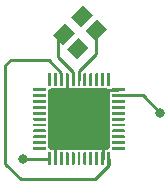
<source format=gbr>
G04 #@! TF.GenerationSoftware,KiCad,Pcbnew,(5.1.5)-3*
G04 #@! TF.CreationDate,2020-09-25T08:39:15-07:00*
G04 #@! TF.ProjectId,H_c v_ m_ch c_ng anh S_n,48cd6320-76bd-4206-9da1-63682063f96e,rev?*
G04 #@! TF.SameCoordinates,Original*
G04 #@! TF.FileFunction,Copper,L2,Bot*
G04 #@! TF.FilePolarity,Positive*
%FSLAX46Y46*%
G04 Gerber Fmt 4.6, Leading zero omitted, Abs format (unit mm)*
G04 Created by KiCad (PCBNEW (5.1.5)-3) date 2020-09-25 08:39:15*
%MOMM*%
%LPD*%
G04 APERTURE LIST*
%ADD10C,0.100000*%
%ADD11C,0.800000*%
%ADD12C,0.250000*%
G04 APERTURE END LIST*
G04 #@! TA.AperFunction,SMDPad,CuDef*
D10*
G36*
X219500288Y-86220903D02*
G01*
X220348816Y-87069431D01*
X219358866Y-88059381D01*
X218510338Y-87210853D01*
X219500288Y-86220903D01*
G37*
G04 #@! TD.AperFunction*
G04 #@! TA.AperFunction,SMDPad,CuDef*
G36*
X217944653Y-87776538D02*
G01*
X218793181Y-88625066D01*
X217803231Y-89615016D01*
X216954703Y-88766488D01*
X217944653Y-87776538D01*
G37*
G04 #@! TD.AperFunction*
G04 #@! TA.AperFunction,SMDPad,CuDef*
G36*
X219146734Y-88978619D02*
G01*
X219995262Y-89827147D01*
X219005312Y-90817097D01*
X218156784Y-89968569D01*
X219146734Y-88978619D01*
G37*
G04 #@! TD.AperFunction*
G04 #@! TA.AperFunction,SMDPad,CuDef*
G36*
X220702369Y-87422984D02*
G01*
X221550897Y-88271512D01*
X220560947Y-89261462D01*
X219712419Y-88412934D01*
X220702369Y-87422984D01*
G37*
G04 #@! TD.AperFunction*
G04 #@! TA.AperFunction,SMDPad,CuDef*
G36*
X216719826Y-98685301D02*
G01*
X216725893Y-98686201D01*
X216731843Y-98687691D01*
X216737618Y-98689758D01*
X216743162Y-98692380D01*
X216748423Y-98695533D01*
X216753350Y-98699187D01*
X216757894Y-98703306D01*
X216762013Y-98707850D01*
X216765667Y-98712777D01*
X216768820Y-98718038D01*
X216771442Y-98723582D01*
X216773509Y-98729357D01*
X216774999Y-98735307D01*
X216775899Y-98741374D01*
X216776200Y-98747500D01*
X216776200Y-99697500D01*
X216775899Y-99703626D01*
X216774999Y-99709693D01*
X216773509Y-99715643D01*
X216771442Y-99721418D01*
X216768820Y-99726962D01*
X216765667Y-99732223D01*
X216762013Y-99737150D01*
X216757894Y-99741694D01*
X216753350Y-99745813D01*
X216748423Y-99749467D01*
X216743162Y-99752620D01*
X216737618Y-99755242D01*
X216731843Y-99757309D01*
X216725893Y-99758799D01*
X216719826Y-99759699D01*
X216713700Y-99760000D01*
X216588700Y-99760000D01*
X216582574Y-99759699D01*
X216576507Y-99758799D01*
X216570557Y-99757309D01*
X216564782Y-99755242D01*
X216559238Y-99752620D01*
X216553977Y-99749467D01*
X216549050Y-99745813D01*
X216544506Y-99741694D01*
X216540387Y-99737150D01*
X216536733Y-99732223D01*
X216533580Y-99726962D01*
X216530958Y-99721418D01*
X216528891Y-99715643D01*
X216527401Y-99709693D01*
X216526501Y-99703626D01*
X216526200Y-99697500D01*
X216526200Y-98747500D01*
X216526501Y-98741374D01*
X216527401Y-98735307D01*
X216528891Y-98729357D01*
X216530958Y-98723582D01*
X216533580Y-98718038D01*
X216536733Y-98712777D01*
X216540387Y-98707850D01*
X216544506Y-98703306D01*
X216549050Y-98699187D01*
X216553977Y-98695533D01*
X216559238Y-98692380D01*
X216564782Y-98689758D01*
X216570557Y-98687691D01*
X216576507Y-98686201D01*
X216582574Y-98685301D01*
X216588700Y-98685000D01*
X216713700Y-98685000D01*
X216719826Y-98685301D01*
G37*
G04 #@! TD.AperFunction*
G04 #@! TA.AperFunction,SMDPad,CuDef*
G36*
X217219826Y-98685301D02*
G01*
X217225893Y-98686201D01*
X217231843Y-98687691D01*
X217237618Y-98689758D01*
X217243162Y-98692380D01*
X217248423Y-98695533D01*
X217253350Y-98699187D01*
X217257894Y-98703306D01*
X217262013Y-98707850D01*
X217265667Y-98712777D01*
X217268820Y-98718038D01*
X217271442Y-98723582D01*
X217273509Y-98729357D01*
X217274999Y-98735307D01*
X217275899Y-98741374D01*
X217276200Y-98747500D01*
X217276200Y-99697500D01*
X217275899Y-99703626D01*
X217274999Y-99709693D01*
X217273509Y-99715643D01*
X217271442Y-99721418D01*
X217268820Y-99726962D01*
X217265667Y-99732223D01*
X217262013Y-99737150D01*
X217257894Y-99741694D01*
X217253350Y-99745813D01*
X217248423Y-99749467D01*
X217243162Y-99752620D01*
X217237618Y-99755242D01*
X217231843Y-99757309D01*
X217225893Y-99758799D01*
X217219826Y-99759699D01*
X217213700Y-99760000D01*
X217088700Y-99760000D01*
X217082574Y-99759699D01*
X217076507Y-99758799D01*
X217070557Y-99757309D01*
X217064782Y-99755242D01*
X217059238Y-99752620D01*
X217053977Y-99749467D01*
X217049050Y-99745813D01*
X217044506Y-99741694D01*
X217040387Y-99737150D01*
X217036733Y-99732223D01*
X217033580Y-99726962D01*
X217030958Y-99721418D01*
X217028891Y-99715643D01*
X217027401Y-99709693D01*
X217026501Y-99703626D01*
X217026200Y-99697500D01*
X217026200Y-98747500D01*
X217026501Y-98741374D01*
X217027401Y-98735307D01*
X217028891Y-98729357D01*
X217030958Y-98723582D01*
X217033580Y-98718038D01*
X217036733Y-98712777D01*
X217040387Y-98707850D01*
X217044506Y-98703306D01*
X217049050Y-98699187D01*
X217053977Y-98695533D01*
X217059238Y-98692380D01*
X217064782Y-98689758D01*
X217070557Y-98687691D01*
X217076507Y-98686201D01*
X217082574Y-98685301D01*
X217088700Y-98685000D01*
X217213700Y-98685000D01*
X217219826Y-98685301D01*
G37*
G04 #@! TD.AperFunction*
G04 #@! TA.AperFunction,SMDPad,CuDef*
G36*
X217719826Y-98685301D02*
G01*
X217725893Y-98686201D01*
X217731843Y-98687691D01*
X217737618Y-98689758D01*
X217743162Y-98692380D01*
X217748423Y-98695533D01*
X217753350Y-98699187D01*
X217757894Y-98703306D01*
X217762013Y-98707850D01*
X217765667Y-98712777D01*
X217768820Y-98718038D01*
X217771442Y-98723582D01*
X217773509Y-98729357D01*
X217774999Y-98735307D01*
X217775899Y-98741374D01*
X217776200Y-98747500D01*
X217776200Y-99697500D01*
X217775899Y-99703626D01*
X217774999Y-99709693D01*
X217773509Y-99715643D01*
X217771442Y-99721418D01*
X217768820Y-99726962D01*
X217765667Y-99732223D01*
X217762013Y-99737150D01*
X217757894Y-99741694D01*
X217753350Y-99745813D01*
X217748423Y-99749467D01*
X217743162Y-99752620D01*
X217737618Y-99755242D01*
X217731843Y-99757309D01*
X217725893Y-99758799D01*
X217719826Y-99759699D01*
X217713700Y-99760000D01*
X217588700Y-99760000D01*
X217582574Y-99759699D01*
X217576507Y-99758799D01*
X217570557Y-99757309D01*
X217564782Y-99755242D01*
X217559238Y-99752620D01*
X217553977Y-99749467D01*
X217549050Y-99745813D01*
X217544506Y-99741694D01*
X217540387Y-99737150D01*
X217536733Y-99732223D01*
X217533580Y-99726962D01*
X217530958Y-99721418D01*
X217528891Y-99715643D01*
X217527401Y-99709693D01*
X217526501Y-99703626D01*
X217526200Y-99697500D01*
X217526200Y-98747500D01*
X217526501Y-98741374D01*
X217527401Y-98735307D01*
X217528891Y-98729357D01*
X217530958Y-98723582D01*
X217533580Y-98718038D01*
X217536733Y-98712777D01*
X217540387Y-98707850D01*
X217544506Y-98703306D01*
X217549050Y-98699187D01*
X217553977Y-98695533D01*
X217559238Y-98692380D01*
X217564782Y-98689758D01*
X217570557Y-98687691D01*
X217576507Y-98686201D01*
X217582574Y-98685301D01*
X217588700Y-98685000D01*
X217713700Y-98685000D01*
X217719826Y-98685301D01*
G37*
G04 #@! TD.AperFunction*
G04 #@! TA.AperFunction,SMDPad,CuDef*
G36*
X218219826Y-98685301D02*
G01*
X218225893Y-98686201D01*
X218231843Y-98687691D01*
X218237618Y-98689758D01*
X218243162Y-98692380D01*
X218248423Y-98695533D01*
X218253350Y-98699187D01*
X218257894Y-98703306D01*
X218262013Y-98707850D01*
X218265667Y-98712777D01*
X218268820Y-98718038D01*
X218271442Y-98723582D01*
X218273509Y-98729357D01*
X218274999Y-98735307D01*
X218275899Y-98741374D01*
X218276200Y-98747500D01*
X218276200Y-99697500D01*
X218275899Y-99703626D01*
X218274999Y-99709693D01*
X218273509Y-99715643D01*
X218271442Y-99721418D01*
X218268820Y-99726962D01*
X218265667Y-99732223D01*
X218262013Y-99737150D01*
X218257894Y-99741694D01*
X218253350Y-99745813D01*
X218248423Y-99749467D01*
X218243162Y-99752620D01*
X218237618Y-99755242D01*
X218231843Y-99757309D01*
X218225893Y-99758799D01*
X218219826Y-99759699D01*
X218213700Y-99760000D01*
X218088700Y-99760000D01*
X218082574Y-99759699D01*
X218076507Y-99758799D01*
X218070557Y-99757309D01*
X218064782Y-99755242D01*
X218059238Y-99752620D01*
X218053977Y-99749467D01*
X218049050Y-99745813D01*
X218044506Y-99741694D01*
X218040387Y-99737150D01*
X218036733Y-99732223D01*
X218033580Y-99726962D01*
X218030958Y-99721418D01*
X218028891Y-99715643D01*
X218027401Y-99709693D01*
X218026501Y-99703626D01*
X218026200Y-99697500D01*
X218026200Y-98747500D01*
X218026501Y-98741374D01*
X218027401Y-98735307D01*
X218028891Y-98729357D01*
X218030958Y-98723582D01*
X218033580Y-98718038D01*
X218036733Y-98712777D01*
X218040387Y-98707850D01*
X218044506Y-98703306D01*
X218049050Y-98699187D01*
X218053977Y-98695533D01*
X218059238Y-98692380D01*
X218064782Y-98689758D01*
X218070557Y-98687691D01*
X218076507Y-98686201D01*
X218082574Y-98685301D01*
X218088700Y-98685000D01*
X218213700Y-98685000D01*
X218219826Y-98685301D01*
G37*
G04 #@! TD.AperFunction*
G04 #@! TA.AperFunction,SMDPad,CuDef*
G36*
X218719826Y-98685301D02*
G01*
X218725893Y-98686201D01*
X218731843Y-98687691D01*
X218737618Y-98689758D01*
X218743162Y-98692380D01*
X218748423Y-98695533D01*
X218753350Y-98699187D01*
X218757894Y-98703306D01*
X218762013Y-98707850D01*
X218765667Y-98712777D01*
X218768820Y-98718038D01*
X218771442Y-98723582D01*
X218773509Y-98729357D01*
X218774999Y-98735307D01*
X218775899Y-98741374D01*
X218776200Y-98747500D01*
X218776200Y-99697500D01*
X218775899Y-99703626D01*
X218774999Y-99709693D01*
X218773509Y-99715643D01*
X218771442Y-99721418D01*
X218768820Y-99726962D01*
X218765667Y-99732223D01*
X218762013Y-99737150D01*
X218757894Y-99741694D01*
X218753350Y-99745813D01*
X218748423Y-99749467D01*
X218743162Y-99752620D01*
X218737618Y-99755242D01*
X218731843Y-99757309D01*
X218725893Y-99758799D01*
X218719826Y-99759699D01*
X218713700Y-99760000D01*
X218588700Y-99760000D01*
X218582574Y-99759699D01*
X218576507Y-99758799D01*
X218570557Y-99757309D01*
X218564782Y-99755242D01*
X218559238Y-99752620D01*
X218553977Y-99749467D01*
X218549050Y-99745813D01*
X218544506Y-99741694D01*
X218540387Y-99737150D01*
X218536733Y-99732223D01*
X218533580Y-99726962D01*
X218530958Y-99721418D01*
X218528891Y-99715643D01*
X218527401Y-99709693D01*
X218526501Y-99703626D01*
X218526200Y-99697500D01*
X218526200Y-98747500D01*
X218526501Y-98741374D01*
X218527401Y-98735307D01*
X218528891Y-98729357D01*
X218530958Y-98723582D01*
X218533580Y-98718038D01*
X218536733Y-98712777D01*
X218540387Y-98707850D01*
X218544506Y-98703306D01*
X218549050Y-98699187D01*
X218553977Y-98695533D01*
X218559238Y-98692380D01*
X218564782Y-98689758D01*
X218570557Y-98687691D01*
X218576507Y-98686201D01*
X218582574Y-98685301D01*
X218588700Y-98685000D01*
X218713700Y-98685000D01*
X218719826Y-98685301D01*
G37*
G04 #@! TD.AperFunction*
G04 #@! TA.AperFunction,SMDPad,CuDef*
G36*
X219219826Y-98685301D02*
G01*
X219225893Y-98686201D01*
X219231843Y-98687691D01*
X219237618Y-98689758D01*
X219243162Y-98692380D01*
X219248423Y-98695533D01*
X219253350Y-98699187D01*
X219257894Y-98703306D01*
X219262013Y-98707850D01*
X219265667Y-98712777D01*
X219268820Y-98718038D01*
X219271442Y-98723582D01*
X219273509Y-98729357D01*
X219274999Y-98735307D01*
X219275899Y-98741374D01*
X219276200Y-98747500D01*
X219276200Y-99697500D01*
X219275899Y-99703626D01*
X219274999Y-99709693D01*
X219273509Y-99715643D01*
X219271442Y-99721418D01*
X219268820Y-99726962D01*
X219265667Y-99732223D01*
X219262013Y-99737150D01*
X219257894Y-99741694D01*
X219253350Y-99745813D01*
X219248423Y-99749467D01*
X219243162Y-99752620D01*
X219237618Y-99755242D01*
X219231843Y-99757309D01*
X219225893Y-99758799D01*
X219219826Y-99759699D01*
X219213700Y-99760000D01*
X219088700Y-99760000D01*
X219082574Y-99759699D01*
X219076507Y-99758799D01*
X219070557Y-99757309D01*
X219064782Y-99755242D01*
X219059238Y-99752620D01*
X219053977Y-99749467D01*
X219049050Y-99745813D01*
X219044506Y-99741694D01*
X219040387Y-99737150D01*
X219036733Y-99732223D01*
X219033580Y-99726962D01*
X219030958Y-99721418D01*
X219028891Y-99715643D01*
X219027401Y-99709693D01*
X219026501Y-99703626D01*
X219026200Y-99697500D01*
X219026200Y-98747500D01*
X219026501Y-98741374D01*
X219027401Y-98735307D01*
X219028891Y-98729357D01*
X219030958Y-98723582D01*
X219033580Y-98718038D01*
X219036733Y-98712777D01*
X219040387Y-98707850D01*
X219044506Y-98703306D01*
X219049050Y-98699187D01*
X219053977Y-98695533D01*
X219059238Y-98692380D01*
X219064782Y-98689758D01*
X219070557Y-98687691D01*
X219076507Y-98686201D01*
X219082574Y-98685301D01*
X219088700Y-98685000D01*
X219213700Y-98685000D01*
X219219826Y-98685301D01*
G37*
G04 #@! TD.AperFunction*
G04 #@! TA.AperFunction,SMDPad,CuDef*
G36*
X219719826Y-98685301D02*
G01*
X219725893Y-98686201D01*
X219731843Y-98687691D01*
X219737618Y-98689758D01*
X219743162Y-98692380D01*
X219748423Y-98695533D01*
X219753350Y-98699187D01*
X219757894Y-98703306D01*
X219762013Y-98707850D01*
X219765667Y-98712777D01*
X219768820Y-98718038D01*
X219771442Y-98723582D01*
X219773509Y-98729357D01*
X219774999Y-98735307D01*
X219775899Y-98741374D01*
X219776200Y-98747500D01*
X219776200Y-99697500D01*
X219775899Y-99703626D01*
X219774999Y-99709693D01*
X219773509Y-99715643D01*
X219771442Y-99721418D01*
X219768820Y-99726962D01*
X219765667Y-99732223D01*
X219762013Y-99737150D01*
X219757894Y-99741694D01*
X219753350Y-99745813D01*
X219748423Y-99749467D01*
X219743162Y-99752620D01*
X219737618Y-99755242D01*
X219731843Y-99757309D01*
X219725893Y-99758799D01*
X219719826Y-99759699D01*
X219713700Y-99760000D01*
X219588700Y-99760000D01*
X219582574Y-99759699D01*
X219576507Y-99758799D01*
X219570557Y-99757309D01*
X219564782Y-99755242D01*
X219559238Y-99752620D01*
X219553977Y-99749467D01*
X219549050Y-99745813D01*
X219544506Y-99741694D01*
X219540387Y-99737150D01*
X219536733Y-99732223D01*
X219533580Y-99726962D01*
X219530958Y-99721418D01*
X219528891Y-99715643D01*
X219527401Y-99709693D01*
X219526501Y-99703626D01*
X219526200Y-99697500D01*
X219526200Y-98747500D01*
X219526501Y-98741374D01*
X219527401Y-98735307D01*
X219528891Y-98729357D01*
X219530958Y-98723582D01*
X219533580Y-98718038D01*
X219536733Y-98712777D01*
X219540387Y-98707850D01*
X219544506Y-98703306D01*
X219549050Y-98699187D01*
X219553977Y-98695533D01*
X219559238Y-98692380D01*
X219564782Y-98689758D01*
X219570557Y-98687691D01*
X219576507Y-98686201D01*
X219582574Y-98685301D01*
X219588700Y-98685000D01*
X219713700Y-98685000D01*
X219719826Y-98685301D01*
G37*
G04 #@! TD.AperFunction*
G04 #@! TA.AperFunction,SMDPad,CuDef*
G36*
X220219826Y-98685301D02*
G01*
X220225893Y-98686201D01*
X220231843Y-98687691D01*
X220237618Y-98689758D01*
X220243162Y-98692380D01*
X220248423Y-98695533D01*
X220253350Y-98699187D01*
X220257894Y-98703306D01*
X220262013Y-98707850D01*
X220265667Y-98712777D01*
X220268820Y-98718038D01*
X220271442Y-98723582D01*
X220273509Y-98729357D01*
X220274999Y-98735307D01*
X220275899Y-98741374D01*
X220276200Y-98747500D01*
X220276200Y-99697500D01*
X220275899Y-99703626D01*
X220274999Y-99709693D01*
X220273509Y-99715643D01*
X220271442Y-99721418D01*
X220268820Y-99726962D01*
X220265667Y-99732223D01*
X220262013Y-99737150D01*
X220257894Y-99741694D01*
X220253350Y-99745813D01*
X220248423Y-99749467D01*
X220243162Y-99752620D01*
X220237618Y-99755242D01*
X220231843Y-99757309D01*
X220225893Y-99758799D01*
X220219826Y-99759699D01*
X220213700Y-99760000D01*
X220088700Y-99760000D01*
X220082574Y-99759699D01*
X220076507Y-99758799D01*
X220070557Y-99757309D01*
X220064782Y-99755242D01*
X220059238Y-99752620D01*
X220053977Y-99749467D01*
X220049050Y-99745813D01*
X220044506Y-99741694D01*
X220040387Y-99737150D01*
X220036733Y-99732223D01*
X220033580Y-99726962D01*
X220030958Y-99721418D01*
X220028891Y-99715643D01*
X220027401Y-99709693D01*
X220026501Y-99703626D01*
X220026200Y-99697500D01*
X220026200Y-98747500D01*
X220026501Y-98741374D01*
X220027401Y-98735307D01*
X220028891Y-98729357D01*
X220030958Y-98723582D01*
X220033580Y-98718038D01*
X220036733Y-98712777D01*
X220040387Y-98707850D01*
X220044506Y-98703306D01*
X220049050Y-98699187D01*
X220053977Y-98695533D01*
X220059238Y-98692380D01*
X220064782Y-98689758D01*
X220070557Y-98687691D01*
X220076507Y-98686201D01*
X220082574Y-98685301D01*
X220088700Y-98685000D01*
X220213700Y-98685000D01*
X220219826Y-98685301D01*
G37*
G04 #@! TD.AperFunction*
G04 #@! TA.AperFunction,SMDPad,CuDef*
G36*
X220719826Y-98685301D02*
G01*
X220725893Y-98686201D01*
X220731843Y-98687691D01*
X220737618Y-98689758D01*
X220743162Y-98692380D01*
X220748423Y-98695533D01*
X220753350Y-98699187D01*
X220757894Y-98703306D01*
X220762013Y-98707850D01*
X220765667Y-98712777D01*
X220768820Y-98718038D01*
X220771442Y-98723582D01*
X220773509Y-98729357D01*
X220774999Y-98735307D01*
X220775899Y-98741374D01*
X220776200Y-98747500D01*
X220776200Y-99697500D01*
X220775899Y-99703626D01*
X220774999Y-99709693D01*
X220773509Y-99715643D01*
X220771442Y-99721418D01*
X220768820Y-99726962D01*
X220765667Y-99732223D01*
X220762013Y-99737150D01*
X220757894Y-99741694D01*
X220753350Y-99745813D01*
X220748423Y-99749467D01*
X220743162Y-99752620D01*
X220737618Y-99755242D01*
X220731843Y-99757309D01*
X220725893Y-99758799D01*
X220719826Y-99759699D01*
X220713700Y-99760000D01*
X220588700Y-99760000D01*
X220582574Y-99759699D01*
X220576507Y-99758799D01*
X220570557Y-99757309D01*
X220564782Y-99755242D01*
X220559238Y-99752620D01*
X220553977Y-99749467D01*
X220549050Y-99745813D01*
X220544506Y-99741694D01*
X220540387Y-99737150D01*
X220536733Y-99732223D01*
X220533580Y-99726962D01*
X220530958Y-99721418D01*
X220528891Y-99715643D01*
X220527401Y-99709693D01*
X220526501Y-99703626D01*
X220526200Y-99697500D01*
X220526200Y-98747500D01*
X220526501Y-98741374D01*
X220527401Y-98735307D01*
X220528891Y-98729357D01*
X220530958Y-98723582D01*
X220533580Y-98718038D01*
X220536733Y-98712777D01*
X220540387Y-98707850D01*
X220544506Y-98703306D01*
X220549050Y-98699187D01*
X220553977Y-98695533D01*
X220559238Y-98692380D01*
X220564782Y-98689758D01*
X220570557Y-98687691D01*
X220576507Y-98686201D01*
X220582574Y-98685301D01*
X220588700Y-98685000D01*
X220713700Y-98685000D01*
X220719826Y-98685301D01*
G37*
G04 #@! TD.AperFunction*
G04 #@! TA.AperFunction,SMDPad,CuDef*
G36*
X221219826Y-98685301D02*
G01*
X221225893Y-98686201D01*
X221231843Y-98687691D01*
X221237618Y-98689758D01*
X221243162Y-98692380D01*
X221248423Y-98695533D01*
X221253350Y-98699187D01*
X221257894Y-98703306D01*
X221262013Y-98707850D01*
X221265667Y-98712777D01*
X221268820Y-98718038D01*
X221271442Y-98723582D01*
X221273509Y-98729357D01*
X221274999Y-98735307D01*
X221275899Y-98741374D01*
X221276200Y-98747500D01*
X221276200Y-99697500D01*
X221275899Y-99703626D01*
X221274999Y-99709693D01*
X221273509Y-99715643D01*
X221271442Y-99721418D01*
X221268820Y-99726962D01*
X221265667Y-99732223D01*
X221262013Y-99737150D01*
X221257894Y-99741694D01*
X221253350Y-99745813D01*
X221248423Y-99749467D01*
X221243162Y-99752620D01*
X221237618Y-99755242D01*
X221231843Y-99757309D01*
X221225893Y-99758799D01*
X221219826Y-99759699D01*
X221213700Y-99760000D01*
X221088700Y-99760000D01*
X221082574Y-99759699D01*
X221076507Y-99758799D01*
X221070557Y-99757309D01*
X221064782Y-99755242D01*
X221059238Y-99752620D01*
X221053977Y-99749467D01*
X221049050Y-99745813D01*
X221044506Y-99741694D01*
X221040387Y-99737150D01*
X221036733Y-99732223D01*
X221033580Y-99726962D01*
X221030958Y-99721418D01*
X221028891Y-99715643D01*
X221027401Y-99709693D01*
X221026501Y-99703626D01*
X221026200Y-99697500D01*
X221026200Y-98747500D01*
X221026501Y-98741374D01*
X221027401Y-98735307D01*
X221028891Y-98729357D01*
X221030958Y-98723582D01*
X221033580Y-98718038D01*
X221036733Y-98712777D01*
X221040387Y-98707850D01*
X221044506Y-98703306D01*
X221049050Y-98699187D01*
X221053977Y-98695533D01*
X221059238Y-98692380D01*
X221064782Y-98689758D01*
X221070557Y-98687691D01*
X221076507Y-98686201D01*
X221082574Y-98685301D01*
X221088700Y-98685000D01*
X221213700Y-98685000D01*
X221219826Y-98685301D01*
G37*
G04 #@! TD.AperFunction*
G04 #@! TA.AperFunction,SMDPad,CuDef*
G36*
X221719826Y-98685301D02*
G01*
X221725893Y-98686201D01*
X221731843Y-98687691D01*
X221737618Y-98689758D01*
X221743162Y-98692380D01*
X221748423Y-98695533D01*
X221753350Y-98699187D01*
X221757894Y-98703306D01*
X221762013Y-98707850D01*
X221765667Y-98712777D01*
X221768820Y-98718038D01*
X221771442Y-98723582D01*
X221773509Y-98729357D01*
X221774999Y-98735307D01*
X221775899Y-98741374D01*
X221776200Y-98747500D01*
X221776200Y-99697500D01*
X221775899Y-99703626D01*
X221774999Y-99709693D01*
X221773509Y-99715643D01*
X221771442Y-99721418D01*
X221768820Y-99726962D01*
X221765667Y-99732223D01*
X221762013Y-99737150D01*
X221757894Y-99741694D01*
X221753350Y-99745813D01*
X221748423Y-99749467D01*
X221743162Y-99752620D01*
X221737618Y-99755242D01*
X221731843Y-99757309D01*
X221725893Y-99758799D01*
X221719826Y-99759699D01*
X221713700Y-99760000D01*
X221588700Y-99760000D01*
X221582574Y-99759699D01*
X221576507Y-99758799D01*
X221570557Y-99757309D01*
X221564782Y-99755242D01*
X221559238Y-99752620D01*
X221553977Y-99749467D01*
X221549050Y-99745813D01*
X221544506Y-99741694D01*
X221540387Y-99737150D01*
X221536733Y-99732223D01*
X221533580Y-99726962D01*
X221530958Y-99721418D01*
X221528891Y-99715643D01*
X221527401Y-99709693D01*
X221526501Y-99703626D01*
X221526200Y-99697500D01*
X221526200Y-98747500D01*
X221526501Y-98741374D01*
X221527401Y-98735307D01*
X221528891Y-98729357D01*
X221530958Y-98723582D01*
X221533580Y-98718038D01*
X221536733Y-98712777D01*
X221540387Y-98707850D01*
X221544506Y-98703306D01*
X221549050Y-98699187D01*
X221553977Y-98695533D01*
X221559238Y-98692380D01*
X221564782Y-98689758D01*
X221570557Y-98687691D01*
X221576507Y-98686201D01*
X221582574Y-98685301D01*
X221588700Y-98685000D01*
X221713700Y-98685000D01*
X221719826Y-98685301D01*
G37*
G04 #@! TD.AperFunction*
G04 #@! TA.AperFunction,SMDPad,CuDef*
G36*
X222969826Y-98260301D02*
G01*
X222975893Y-98261201D01*
X222981843Y-98262691D01*
X222987618Y-98264758D01*
X222993162Y-98267380D01*
X222998423Y-98270533D01*
X223003350Y-98274187D01*
X223007894Y-98278306D01*
X223012013Y-98282850D01*
X223015667Y-98287777D01*
X223018820Y-98293038D01*
X223021442Y-98298582D01*
X223023509Y-98304357D01*
X223024999Y-98310307D01*
X223025899Y-98316374D01*
X223026200Y-98322500D01*
X223026200Y-98447500D01*
X223025899Y-98453626D01*
X223024999Y-98459693D01*
X223023509Y-98465643D01*
X223021442Y-98471418D01*
X223018820Y-98476962D01*
X223015667Y-98482223D01*
X223012013Y-98487150D01*
X223007894Y-98491694D01*
X223003350Y-98495813D01*
X222998423Y-98499467D01*
X222993162Y-98502620D01*
X222987618Y-98505242D01*
X222981843Y-98507309D01*
X222975893Y-98508799D01*
X222969826Y-98509699D01*
X222963700Y-98510000D01*
X222013700Y-98510000D01*
X222007574Y-98509699D01*
X222001507Y-98508799D01*
X221995557Y-98507309D01*
X221989782Y-98505242D01*
X221984238Y-98502620D01*
X221978977Y-98499467D01*
X221974050Y-98495813D01*
X221969506Y-98491694D01*
X221965387Y-98487150D01*
X221961733Y-98482223D01*
X221958580Y-98476962D01*
X221955958Y-98471418D01*
X221953891Y-98465643D01*
X221952401Y-98459693D01*
X221951501Y-98453626D01*
X221951200Y-98447500D01*
X221951200Y-98322500D01*
X221951501Y-98316374D01*
X221952401Y-98310307D01*
X221953891Y-98304357D01*
X221955958Y-98298582D01*
X221958580Y-98293038D01*
X221961733Y-98287777D01*
X221965387Y-98282850D01*
X221969506Y-98278306D01*
X221974050Y-98274187D01*
X221978977Y-98270533D01*
X221984238Y-98267380D01*
X221989782Y-98264758D01*
X221995557Y-98262691D01*
X222001507Y-98261201D01*
X222007574Y-98260301D01*
X222013700Y-98260000D01*
X222963700Y-98260000D01*
X222969826Y-98260301D01*
G37*
G04 #@! TD.AperFunction*
G04 #@! TA.AperFunction,SMDPad,CuDef*
G36*
X222969826Y-97760301D02*
G01*
X222975893Y-97761201D01*
X222981843Y-97762691D01*
X222987618Y-97764758D01*
X222993162Y-97767380D01*
X222998423Y-97770533D01*
X223003350Y-97774187D01*
X223007894Y-97778306D01*
X223012013Y-97782850D01*
X223015667Y-97787777D01*
X223018820Y-97793038D01*
X223021442Y-97798582D01*
X223023509Y-97804357D01*
X223024999Y-97810307D01*
X223025899Y-97816374D01*
X223026200Y-97822500D01*
X223026200Y-97947500D01*
X223025899Y-97953626D01*
X223024999Y-97959693D01*
X223023509Y-97965643D01*
X223021442Y-97971418D01*
X223018820Y-97976962D01*
X223015667Y-97982223D01*
X223012013Y-97987150D01*
X223007894Y-97991694D01*
X223003350Y-97995813D01*
X222998423Y-97999467D01*
X222993162Y-98002620D01*
X222987618Y-98005242D01*
X222981843Y-98007309D01*
X222975893Y-98008799D01*
X222969826Y-98009699D01*
X222963700Y-98010000D01*
X222013700Y-98010000D01*
X222007574Y-98009699D01*
X222001507Y-98008799D01*
X221995557Y-98007309D01*
X221989782Y-98005242D01*
X221984238Y-98002620D01*
X221978977Y-97999467D01*
X221974050Y-97995813D01*
X221969506Y-97991694D01*
X221965387Y-97987150D01*
X221961733Y-97982223D01*
X221958580Y-97976962D01*
X221955958Y-97971418D01*
X221953891Y-97965643D01*
X221952401Y-97959693D01*
X221951501Y-97953626D01*
X221951200Y-97947500D01*
X221951200Y-97822500D01*
X221951501Y-97816374D01*
X221952401Y-97810307D01*
X221953891Y-97804357D01*
X221955958Y-97798582D01*
X221958580Y-97793038D01*
X221961733Y-97787777D01*
X221965387Y-97782850D01*
X221969506Y-97778306D01*
X221974050Y-97774187D01*
X221978977Y-97770533D01*
X221984238Y-97767380D01*
X221989782Y-97764758D01*
X221995557Y-97762691D01*
X222001507Y-97761201D01*
X222007574Y-97760301D01*
X222013700Y-97760000D01*
X222963700Y-97760000D01*
X222969826Y-97760301D01*
G37*
G04 #@! TD.AperFunction*
G04 #@! TA.AperFunction,SMDPad,CuDef*
G36*
X222969826Y-97260301D02*
G01*
X222975893Y-97261201D01*
X222981843Y-97262691D01*
X222987618Y-97264758D01*
X222993162Y-97267380D01*
X222998423Y-97270533D01*
X223003350Y-97274187D01*
X223007894Y-97278306D01*
X223012013Y-97282850D01*
X223015667Y-97287777D01*
X223018820Y-97293038D01*
X223021442Y-97298582D01*
X223023509Y-97304357D01*
X223024999Y-97310307D01*
X223025899Y-97316374D01*
X223026200Y-97322500D01*
X223026200Y-97447500D01*
X223025899Y-97453626D01*
X223024999Y-97459693D01*
X223023509Y-97465643D01*
X223021442Y-97471418D01*
X223018820Y-97476962D01*
X223015667Y-97482223D01*
X223012013Y-97487150D01*
X223007894Y-97491694D01*
X223003350Y-97495813D01*
X222998423Y-97499467D01*
X222993162Y-97502620D01*
X222987618Y-97505242D01*
X222981843Y-97507309D01*
X222975893Y-97508799D01*
X222969826Y-97509699D01*
X222963700Y-97510000D01*
X222013700Y-97510000D01*
X222007574Y-97509699D01*
X222001507Y-97508799D01*
X221995557Y-97507309D01*
X221989782Y-97505242D01*
X221984238Y-97502620D01*
X221978977Y-97499467D01*
X221974050Y-97495813D01*
X221969506Y-97491694D01*
X221965387Y-97487150D01*
X221961733Y-97482223D01*
X221958580Y-97476962D01*
X221955958Y-97471418D01*
X221953891Y-97465643D01*
X221952401Y-97459693D01*
X221951501Y-97453626D01*
X221951200Y-97447500D01*
X221951200Y-97322500D01*
X221951501Y-97316374D01*
X221952401Y-97310307D01*
X221953891Y-97304357D01*
X221955958Y-97298582D01*
X221958580Y-97293038D01*
X221961733Y-97287777D01*
X221965387Y-97282850D01*
X221969506Y-97278306D01*
X221974050Y-97274187D01*
X221978977Y-97270533D01*
X221984238Y-97267380D01*
X221989782Y-97264758D01*
X221995557Y-97262691D01*
X222001507Y-97261201D01*
X222007574Y-97260301D01*
X222013700Y-97260000D01*
X222963700Y-97260000D01*
X222969826Y-97260301D01*
G37*
G04 #@! TD.AperFunction*
G04 #@! TA.AperFunction,SMDPad,CuDef*
G36*
X222969826Y-96760301D02*
G01*
X222975893Y-96761201D01*
X222981843Y-96762691D01*
X222987618Y-96764758D01*
X222993162Y-96767380D01*
X222998423Y-96770533D01*
X223003350Y-96774187D01*
X223007894Y-96778306D01*
X223012013Y-96782850D01*
X223015667Y-96787777D01*
X223018820Y-96793038D01*
X223021442Y-96798582D01*
X223023509Y-96804357D01*
X223024999Y-96810307D01*
X223025899Y-96816374D01*
X223026200Y-96822500D01*
X223026200Y-96947500D01*
X223025899Y-96953626D01*
X223024999Y-96959693D01*
X223023509Y-96965643D01*
X223021442Y-96971418D01*
X223018820Y-96976962D01*
X223015667Y-96982223D01*
X223012013Y-96987150D01*
X223007894Y-96991694D01*
X223003350Y-96995813D01*
X222998423Y-96999467D01*
X222993162Y-97002620D01*
X222987618Y-97005242D01*
X222981843Y-97007309D01*
X222975893Y-97008799D01*
X222969826Y-97009699D01*
X222963700Y-97010000D01*
X222013700Y-97010000D01*
X222007574Y-97009699D01*
X222001507Y-97008799D01*
X221995557Y-97007309D01*
X221989782Y-97005242D01*
X221984238Y-97002620D01*
X221978977Y-96999467D01*
X221974050Y-96995813D01*
X221969506Y-96991694D01*
X221965387Y-96987150D01*
X221961733Y-96982223D01*
X221958580Y-96976962D01*
X221955958Y-96971418D01*
X221953891Y-96965643D01*
X221952401Y-96959693D01*
X221951501Y-96953626D01*
X221951200Y-96947500D01*
X221951200Y-96822500D01*
X221951501Y-96816374D01*
X221952401Y-96810307D01*
X221953891Y-96804357D01*
X221955958Y-96798582D01*
X221958580Y-96793038D01*
X221961733Y-96787777D01*
X221965387Y-96782850D01*
X221969506Y-96778306D01*
X221974050Y-96774187D01*
X221978977Y-96770533D01*
X221984238Y-96767380D01*
X221989782Y-96764758D01*
X221995557Y-96762691D01*
X222001507Y-96761201D01*
X222007574Y-96760301D01*
X222013700Y-96760000D01*
X222963700Y-96760000D01*
X222969826Y-96760301D01*
G37*
G04 #@! TD.AperFunction*
G04 #@! TA.AperFunction,SMDPad,CuDef*
G36*
X222969826Y-96260301D02*
G01*
X222975893Y-96261201D01*
X222981843Y-96262691D01*
X222987618Y-96264758D01*
X222993162Y-96267380D01*
X222998423Y-96270533D01*
X223003350Y-96274187D01*
X223007894Y-96278306D01*
X223012013Y-96282850D01*
X223015667Y-96287777D01*
X223018820Y-96293038D01*
X223021442Y-96298582D01*
X223023509Y-96304357D01*
X223024999Y-96310307D01*
X223025899Y-96316374D01*
X223026200Y-96322500D01*
X223026200Y-96447500D01*
X223025899Y-96453626D01*
X223024999Y-96459693D01*
X223023509Y-96465643D01*
X223021442Y-96471418D01*
X223018820Y-96476962D01*
X223015667Y-96482223D01*
X223012013Y-96487150D01*
X223007894Y-96491694D01*
X223003350Y-96495813D01*
X222998423Y-96499467D01*
X222993162Y-96502620D01*
X222987618Y-96505242D01*
X222981843Y-96507309D01*
X222975893Y-96508799D01*
X222969826Y-96509699D01*
X222963700Y-96510000D01*
X222013700Y-96510000D01*
X222007574Y-96509699D01*
X222001507Y-96508799D01*
X221995557Y-96507309D01*
X221989782Y-96505242D01*
X221984238Y-96502620D01*
X221978977Y-96499467D01*
X221974050Y-96495813D01*
X221969506Y-96491694D01*
X221965387Y-96487150D01*
X221961733Y-96482223D01*
X221958580Y-96476962D01*
X221955958Y-96471418D01*
X221953891Y-96465643D01*
X221952401Y-96459693D01*
X221951501Y-96453626D01*
X221951200Y-96447500D01*
X221951200Y-96322500D01*
X221951501Y-96316374D01*
X221952401Y-96310307D01*
X221953891Y-96304357D01*
X221955958Y-96298582D01*
X221958580Y-96293038D01*
X221961733Y-96287777D01*
X221965387Y-96282850D01*
X221969506Y-96278306D01*
X221974050Y-96274187D01*
X221978977Y-96270533D01*
X221984238Y-96267380D01*
X221989782Y-96264758D01*
X221995557Y-96262691D01*
X222001507Y-96261201D01*
X222007574Y-96260301D01*
X222013700Y-96260000D01*
X222963700Y-96260000D01*
X222969826Y-96260301D01*
G37*
G04 #@! TD.AperFunction*
G04 #@! TA.AperFunction,SMDPad,CuDef*
G36*
X222969826Y-95760301D02*
G01*
X222975893Y-95761201D01*
X222981843Y-95762691D01*
X222987618Y-95764758D01*
X222993162Y-95767380D01*
X222998423Y-95770533D01*
X223003350Y-95774187D01*
X223007894Y-95778306D01*
X223012013Y-95782850D01*
X223015667Y-95787777D01*
X223018820Y-95793038D01*
X223021442Y-95798582D01*
X223023509Y-95804357D01*
X223024999Y-95810307D01*
X223025899Y-95816374D01*
X223026200Y-95822500D01*
X223026200Y-95947500D01*
X223025899Y-95953626D01*
X223024999Y-95959693D01*
X223023509Y-95965643D01*
X223021442Y-95971418D01*
X223018820Y-95976962D01*
X223015667Y-95982223D01*
X223012013Y-95987150D01*
X223007894Y-95991694D01*
X223003350Y-95995813D01*
X222998423Y-95999467D01*
X222993162Y-96002620D01*
X222987618Y-96005242D01*
X222981843Y-96007309D01*
X222975893Y-96008799D01*
X222969826Y-96009699D01*
X222963700Y-96010000D01*
X222013700Y-96010000D01*
X222007574Y-96009699D01*
X222001507Y-96008799D01*
X221995557Y-96007309D01*
X221989782Y-96005242D01*
X221984238Y-96002620D01*
X221978977Y-95999467D01*
X221974050Y-95995813D01*
X221969506Y-95991694D01*
X221965387Y-95987150D01*
X221961733Y-95982223D01*
X221958580Y-95976962D01*
X221955958Y-95971418D01*
X221953891Y-95965643D01*
X221952401Y-95959693D01*
X221951501Y-95953626D01*
X221951200Y-95947500D01*
X221951200Y-95822500D01*
X221951501Y-95816374D01*
X221952401Y-95810307D01*
X221953891Y-95804357D01*
X221955958Y-95798582D01*
X221958580Y-95793038D01*
X221961733Y-95787777D01*
X221965387Y-95782850D01*
X221969506Y-95778306D01*
X221974050Y-95774187D01*
X221978977Y-95770533D01*
X221984238Y-95767380D01*
X221989782Y-95764758D01*
X221995557Y-95762691D01*
X222001507Y-95761201D01*
X222007574Y-95760301D01*
X222013700Y-95760000D01*
X222963700Y-95760000D01*
X222969826Y-95760301D01*
G37*
G04 #@! TD.AperFunction*
G04 #@! TA.AperFunction,SMDPad,CuDef*
G36*
X222969826Y-95260301D02*
G01*
X222975893Y-95261201D01*
X222981843Y-95262691D01*
X222987618Y-95264758D01*
X222993162Y-95267380D01*
X222998423Y-95270533D01*
X223003350Y-95274187D01*
X223007894Y-95278306D01*
X223012013Y-95282850D01*
X223015667Y-95287777D01*
X223018820Y-95293038D01*
X223021442Y-95298582D01*
X223023509Y-95304357D01*
X223024999Y-95310307D01*
X223025899Y-95316374D01*
X223026200Y-95322500D01*
X223026200Y-95447500D01*
X223025899Y-95453626D01*
X223024999Y-95459693D01*
X223023509Y-95465643D01*
X223021442Y-95471418D01*
X223018820Y-95476962D01*
X223015667Y-95482223D01*
X223012013Y-95487150D01*
X223007894Y-95491694D01*
X223003350Y-95495813D01*
X222998423Y-95499467D01*
X222993162Y-95502620D01*
X222987618Y-95505242D01*
X222981843Y-95507309D01*
X222975893Y-95508799D01*
X222969826Y-95509699D01*
X222963700Y-95510000D01*
X222013700Y-95510000D01*
X222007574Y-95509699D01*
X222001507Y-95508799D01*
X221995557Y-95507309D01*
X221989782Y-95505242D01*
X221984238Y-95502620D01*
X221978977Y-95499467D01*
X221974050Y-95495813D01*
X221969506Y-95491694D01*
X221965387Y-95487150D01*
X221961733Y-95482223D01*
X221958580Y-95476962D01*
X221955958Y-95471418D01*
X221953891Y-95465643D01*
X221952401Y-95459693D01*
X221951501Y-95453626D01*
X221951200Y-95447500D01*
X221951200Y-95322500D01*
X221951501Y-95316374D01*
X221952401Y-95310307D01*
X221953891Y-95304357D01*
X221955958Y-95298582D01*
X221958580Y-95293038D01*
X221961733Y-95287777D01*
X221965387Y-95282850D01*
X221969506Y-95278306D01*
X221974050Y-95274187D01*
X221978977Y-95270533D01*
X221984238Y-95267380D01*
X221989782Y-95264758D01*
X221995557Y-95262691D01*
X222001507Y-95261201D01*
X222007574Y-95260301D01*
X222013700Y-95260000D01*
X222963700Y-95260000D01*
X222969826Y-95260301D01*
G37*
G04 #@! TD.AperFunction*
G04 #@! TA.AperFunction,SMDPad,CuDef*
G36*
X222969826Y-94760301D02*
G01*
X222975893Y-94761201D01*
X222981843Y-94762691D01*
X222987618Y-94764758D01*
X222993162Y-94767380D01*
X222998423Y-94770533D01*
X223003350Y-94774187D01*
X223007894Y-94778306D01*
X223012013Y-94782850D01*
X223015667Y-94787777D01*
X223018820Y-94793038D01*
X223021442Y-94798582D01*
X223023509Y-94804357D01*
X223024999Y-94810307D01*
X223025899Y-94816374D01*
X223026200Y-94822500D01*
X223026200Y-94947500D01*
X223025899Y-94953626D01*
X223024999Y-94959693D01*
X223023509Y-94965643D01*
X223021442Y-94971418D01*
X223018820Y-94976962D01*
X223015667Y-94982223D01*
X223012013Y-94987150D01*
X223007894Y-94991694D01*
X223003350Y-94995813D01*
X222998423Y-94999467D01*
X222993162Y-95002620D01*
X222987618Y-95005242D01*
X222981843Y-95007309D01*
X222975893Y-95008799D01*
X222969826Y-95009699D01*
X222963700Y-95010000D01*
X222013700Y-95010000D01*
X222007574Y-95009699D01*
X222001507Y-95008799D01*
X221995557Y-95007309D01*
X221989782Y-95005242D01*
X221984238Y-95002620D01*
X221978977Y-94999467D01*
X221974050Y-94995813D01*
X221969506Y-94991694D01*
X221965387Y-94987150D01*
X221961733Y-94982223D01*
X221958580Y-94976962D01*
X221955958Y-94971418D01*
X221953891Y-94965643D01*
X221952401Y-94959693D01*
X221951501Y-94953626D01*
X221951200Y-94947500D01*
X221951200Y-94822500D01*
X221951501Y-94816374D01*
X221952401Y-94810307D01*
X221953891Y-94804357D01*
X221955958Y-94798582D01*
X221958580Y-94793038D01*
X221961733Y-94787777D01*
X221965387Y-94782850D01*
X221969506Y-94778306D01*
X221974050Y-94774187D01*
X221978977Y-94770533D01*
X221984238Y-94767380D01*
X221989782Y-94764758D01*
X221995557Y-94762691D01*
X222001507Y-94761201D01*
X222007574Y-94760301D01*
X222013700Y-94760000D01*
X222963700Y-94760000D01*
X222969826Y-94760301D01*
G37*
G04 #@! TD.AperFunction*
G04 #@! TA.AperFunction,SMDPad,CuDef*
G36*
X222969826Y-94260301D02*
G01*
X222975893Y-94261201D01*
X222981843Y-94262691D01*
X222987618Y-94264758D01*
X222993162Y-94267380D01*
X222998423Y-94270533D01*
X223003350Y-94274187D01*
X223007894Y-94278306D01*
X223012013Y-94282850D01*
X223015667Y-94287777D01*
X223018820Y-94293038D01*
X223021442Y-94298582D01*
X223023509Y-94304357D01*
X223024999Y-94310307D01*
X223025899Y-94316374D01*
X223026200Y-94322500D01*
X223026200Y-94447500D01*
X223025899Y-94453626D01*
X223024999Y-94459693D01*
X223023509Y-94465643D01*
X223021442Y-94471418D01*
X223018820Y-94476962D01*
X223015667Y-94482223D01*
X223012013Y-94487150D01*
X223007894Y-94491694D01*
X223003350Y-94495813D01*
X222998423Y-94499467D01*
X222993162Y-94502620D01*
X222987618Y-94505242D01*
X222981843Y-94507309D01*
X222975893Y-94508799D01*
X222969826Y-94509699D01*
X222963700Y-94510000D01*
X222013700Y-94510000D01*
X222007574Y-94509699D01*
X222001507Y-94508799D01*
X221995557Y-94507309D01*
X221989782Y-94505242D01*
X221984238Y-94502620D01*
X221978977Y-94499467D01*
X221974050Y-94495813D01*
X221969506Y-94491694D01*
X221965387Y-94487150D01*
X221961733Y-94482223D01*
X221958580Y-94476962D01*
X221955958Y-94471418D01*
X221953891Y-94465643D01*
X221952401Y-94459693D01*
X221951501Y-94453626D01*
X221951200Y-94447500D01*
X221951200Y-94322500D01*
X221951501Y-94316374D01*
X221952401Y-94310307D01*
X221953891Y-94304357D01*
X221955958Y-94298582D01*
X221958580Y-94293038D01*
X221961733Y-94287777D01*
X221965387Y-94282850D01*
X221969506Y-94278306D01*
X221974050Y-94274187D01*
X221978977Y-94270533D01*
X221984238Y-94267380D01*
X221989782Y-94264758D01*
X221995557Y-94262691D01*
X222001507Y-94261201D01*
X222007574Y-94260301D01*
X222013700Y-94260000D01*
X222963700Y-94260000D01*
X222969826Y-94260301D01*
G37*
G04 #@! TD.AperFunction*
G04 #@! TA.AperFunction,SMDPad,CuDef*
G36*
X222969826Y-93760301D02*
G01*
X222975893Y-93761201D01*
X222981843Y-93762691D01*
X222987618Y-93764758D01*
X222993162Y-93767380D01*
X222998423Y-93770533D01*
X223003350Y-93774187D01*
X223007894Y-93778306D01*
X223012013Y-93782850D01*
X223015667Y-93787777D01*
X223018820Y-93793038D01*
X223021442Y-93798582D01*
X223023509Y-93804357D01*
X223024999Y-93810307D01*
X223025899Y-93816374D01*
X223026200Y-93822500D01*
X223026200Y-93947500D01*
X223025899Y-93953626D01*
X223024999Y-93959693D01*
X223023509Y-93965643D01*
X223021442Y-93971418D01*
X223018820Y-93976962D01*
X223015667Y-93982223D01*
X223012013Y-93987150D01*
X223007894Y-93991694D01*
X223003350Y-93995813D01*
X222998423Y-93999467D01*
X222993162Y-94002620D01*
X222987618Y-94005242D01*
X222981843Y-94007309D01*
X222975893Y-94008799D01*
X222969826Y-94009699D01*
X222963700Y-94010000D01*
X222013700Y-94010000D01*
X222007574Y-94009699D01*
X222001507Y-94008799D01*
X221995557Y-94007309D01*
X221989782Y-94005242D01*
X221984238Y-94002620D01*
X221978977Y-93999467D01*
X221974050Y-93995813D01*
X221969506Y-93991694D01*
X221965387Y-93987150D01*
X221961733Y-93982223D01*
X221958580Y-93976962D01*
X221955958Y-93971418D01*
X221953891Y-93965643D01*
X221952401Y-93959693D01*
X221951501Y-93953626D01*
X221951200Y-93947500D01*
X221951200Y-93822500D01*
X221951501Y-93816374D01*
X221952401Y-93810307D01*
X221953891Y-93804357D01*
X221955958Y-93798582D01*
X221958580Y-93793038D01*
X221961733Y-93787777D01*
X221965387Y-93782850D01*
X221969506Y-93778306D01*
X221974050Y-93774187D01*
X221978977Y-93770533D01*
X221984238Y-93767380D01*
X221989782Y-93764758D01*
X221995557Y-93762691D01*
X222001507Y-93761201D01*
X222007574Y-93760301D01*
X222013700Y-93760000D01*
X222963700Y-93760000D01*
X222969826Y-93760301D01*
G37*
G04 #@! TD.AperFunction*
G04 #@! TA.AperFunction,SMDPad,CuDef*
G36*
X222969826Y-93260301D02*
G01*
X222975893Y-93261201D01*
X222981843Y-93262691D01*
X222987618Y-93264758D01*
X222993162Y-93267380D01*
X222998423Y-93270533D01*
X223003350Y-93274187D01*
X223007894Y-93278306D01*
X223012013Y-93282850D01*
X223015667Y-93287777D01*
X223018820Y-93293038D01*
X223021442Y-93298582D01*
X223023509Y-93304357D01*
X223024999Y-93310307D01*
X223025899Y-93316374D01*
X223026200Y-93322500D01*
X223026200Y-93447500D01*
X223025899Y-93453626D01*
X223024999Y-93459693D01*
X223023509Y-93465643D01*
X223021442Y-93471418D01*
X223018820Y-93476962D01*
X223015667Y-93482223D01*
X223012013Y-93487150D01*
X223007894Y-93491694D01*
X223003350Y-93495813D01*
X222998423Y-93499467D01*
X222993162Y-93502620D01*
X222987618Y-93505242D01*
X222981843Y-93507309D01*
X222975893Y-93508799D01*
X222969826Y-93509699D01*
X222963700Y-93510000D01*
X222013700Y-93510000D01*
X222007574Y-93509699D01*
X222001507Y-93508799D01*
X221995557Y-93507309D01*
X221989782Y-93505242D01*
X221984238Y-93502620D01*
X221978977Y-93499467D01*
X221974050Y-93495813D01*
X221969506Y-93491694D01*
X221965387Y-93487150D01*
X221961733Y-93482223D01*
X221958580Y-93476962D01*
X221955958Y-93471418D01*
X221953891Y-93465643D01*
X221952401Y-93459693D01*
X221951501Y-93453626D01*
X221951200Y-93447500D01*
X221951200Y-93322500D01*
X221951501Y-93316374D01*
X221952401Y-93310307D01*
X221953891Y-93304357D01*
X221955958Y-93298582D01*
X221958580Y-93293038D01*
X221961733Y-93287777D01*
X221965387Y-93282850D01*
X221969506Y-93278306D01*
X221974050Y-93274187D01*
X221978977Y-93270533D01*
X221984238Y-93267380D01*
X221989782Y-93264758D01*
X221995557Y-93262691D01*
X222001507Y-93261201D01*
X222007574Y-93260301D01*
X222013700Y-93260000D01*
X222963700Y-93260000D01*
X222969826Y-93260301D01*
G37*
G04 #@! TD.AperFunction*
G04 #@! TA.AperFunction,SMDPad,CuDef*
G36*
X221719826Y-92010301D02*
G01*
X221725893Y-92011201D01*
X221731843Y-92012691D01*
X221737618Y-92014758D01*
X221743162Y-92017380D01*
X221748423Y-92020533D01*
X221753350Y-92024187D01*
X221757894Y-92028306D01*
X221762013Y-92032850D01*
X221765667Y-92037777D01*
X221768820Y-92043038D01*
X221771442Y-92048582D01*
X221773509Y-92054357D01*
X221774999Y-92060307D01*
X221775899Y-92066374D01*
X221776200Y-92072500D01*
X221776200Y-93022500D01*
X221775899Y-93028626D01*
X221774999Y-93034693D01*
X221773509Y-93040643D01*
X221771442Y-93046418D01*
X221768820Y-93051962D01*
X221765667Y-93057223D01*
X221762013Y-93062150D01*
X221757894Y-93066694D01*
X221753350Y-93070813D01*
X221748423Y-93074467D01*
X221743162Y-93077620D01*
X221737618Y-93080242D01*
X221731843Y-93082309D01*
X221725893Y-93083799D01*
X221719826Y-93084699D01*
X221713700Y-93085000D01*
X221588700Y-93085000D01*
X221582574Y-93084699D01*
X221576507Y-93083799D01*
X221570557Y-93082309D01*
X221564782Y-93080242D01*
X221559238Y-93077620D01*
X221553977Y-93074467D01*
X221549050Y-93070813D01*
X221544506Y-93066694D01*
X221540387Y-93062150D01*
X221536733Y-93057223D01*
X221533580Y-93051962D01*
X221530958Y-93046418D01*
X221528891Y-93040643D01*
X221527401Y-93034693D01*
X221526501Y-93028626D01*
X221526200Y-93022500D01*
X221526200Y-92072500D01*
X221526501Y-92066374D01*
X221527401Y-92060307D01*
X221528891Y-92054357D01*
X221530958Y-92048582D01*
X221533580Y-92043038D01*
X221536733Y-92037777D01*
X221540387Y-92032850D01*
X221544506Y-92028306D01*
X221549050Y-92024187D01*
X221553977Y-92020533D01*
X221559238Y-92017380D01*
X221564782Y-92014758D01*
X221570557Y-92012691D01*
X221576507Y-92011201D01*
X221582574Y-92010301D01*
X221588700Y-92010000D01*
X221713700Y-92010000D01*
X221719826Y-92010301D01*
G37*
G04 #@! TD.AperFunction*
G04 #@! TA.AperFunction,SMDPad,CuDef*
G36*
X221219826Y-92010301D02*
G01*
X221225893Y-92011201D01*
X221231843Y-92012691D01*
X221237618Y-92014758D01*
X221243162Y-92017380D01*
X221248423Y-92020533D01*
X221253350Y-92024187D01*
X221257894Y-92028306D01*
X221262013Y-92032850D01*
X221265667Y-92037777D01*
X221268820Y-92043038D01*
X221271442Y-92048582D01*
X221273509Y-92054357D01*
X221274999Y-92060307D01*
X221275899Y-92066374D01*
X221276200Y-92072500D01*
X221276200Y-93022500D01*
X221275899Y-93028626D01*
X221274999Y-93034693D01*
X221273509Y-93040643D01*
X221271442Y-93046418D01*
X221268820Y-93051962D01*
X221265667Y-93057223D01*
X221262013Y-93062150D01*
X221257894Y-93066694D01*
X221253350Y-93070813D01*
X221248423Y-93074467D01*
X221243162Y-93077620D01*
X221237618Y-93080242D01*
X221231843Y-93082309D01*
X221225893Y-93083799D01*
X221219826Y-93084699D01*
X221213700Y-93085000D01*
X221088700Y-93085000D01*
X221082574Y-93084699D01*
X221076507Y-93083799D01*
X221070557Y-93082309D01*
X221064782Y-93080242D01*
X221059238Y-93077620D01*
X221053977Y-93074467D01*
X221049050Y-93070813D01*
X221044506Y-93066694D01*
X221040387Y-93062150D01*
X221036733Y-93057223D01*
X221033580Y-93051962D01*
X221030958Y-93046418D01*
X221028891Y-93040643D01*
X221027401Y-93034693D01*
X221026501Y-93028626D01*
X221026200Y-93022500D01*
X221026200Y-92072500D01*
X221026501Y-92066374D01*
X221027401Y-92060307D01*
X221028891Y-92054357D01*
X221030958Y-92048582D01*
X221033580Y-92043038D01*
X221036733Y-92037777D01*
X221040387Y-92032850D01*
X221044506Y-92028306D01*
X221049050Y-92024187D01*
X221053977Y-92020533D01*
X221059238Y-92017380D01*
X221064782Y-92014758D01*
X221070557Y-92012691D01*
X221076507Y-92011201D01*
X221082574Y-92010301D01*
X221088700Y-92010000D01*
X221213700Y-92010000D01*
X221219826Y-92010301D01*
G37*
G04 #@! TD.AperFunction*
G04 #@! TA.AperFunction,SMDPad,CuDef*
G36*
X220719826Y-92010301D02*
G01*
X220725893Y-92011201D01*
X220731843Y-92012691D01*
X220737618Y-92014758D01*
X220743162Y-92017380D01*
X220748423Y-92020533D01*
X220753350Y-92024187D01*
X220757894Y-92028306D01*
X220762013Y-92032850D01*
X220765667Y-92037777D01*
X220768820Y-92043038D01*
X220771442Y-92048582D01*
X220773509Y-92054357D01*
X220774999Y-92060307D01*
X220775899Y-92066374D01*
X220776200Y-92072500D01*
X220776200Y-93022500D01*
X220775899Y-93028626D01*
X220774999Y-93034693D01*
X220773509Y-93040643D01*
X220771442Y-93046418D01*
X220768820Y-93051962D01*
X220765667Y-93057223D01*
X220762013Y-93062150D01*
X220757894Y-93066694D01*
X220753350Y-93070813D01*
X220748423Y-93074467D01*
X220743162Y-93077620D01*
X220737618Y-93080242D01*
X220731843Y-93082309D01*
X220725893Y-93083799D01*
X220719826Y-93084699D01*
X220713700Y-93085000D01*
X220588700Y-93085000D01*
X220582574Y-93084699D01*
X220576507Y-93083799D01*
X220570557Y-93082309D01*
X220564782Y-93080242D01*
X220559238Y-93077620D01*
X220553977Y-93074467D01*
X220549050Y-93070813D01*
X220544506Y-93066694D01*
X220540387Y-93062150D01*
X220536733Y-93057223D01*
X220533580Y-93051962D01*
X220530958Y-93046418D01*
X220528891Y-93040643D01*
X220527401Y-93034693D01*
X220526501Y-93028626D01*
X220526200Y-93022500D01*
X220526200Y-92072500D01*
X220526501Y-92066374D01*
X220527401Y-92060307D01*
X220528891Y-92054357D01*
X220530958Y-92048582D01*
X220533580Y-92043038D01*
X220536733Y-92037777D01*
X220540387Y-92032850D01*
X220544506Y-92028306D01*
X220549050Y-92024187D01*
X220553977Y-92020533D01*
X220559238Y-92017380D01*
X220564782Y-92014758D01*
X220570557Y-92012691D01*
X220576507Y-92011201D01*
X220582574Y-92010301D01*
X220588700Y-92010000D01*
X220713700Y-92010000D01*
X220719826Y-92010301D01*
G37*
G04 #@! TD.AperFunction*
G04 #@! TA.AperFunction,SMDPad,CuDef*
G36*
X220219826Y-92010301D02*
G01*
X220225893Y-92011201D01*
X220231843Y-92012691D01*
X220237618Y-92014758D01*
X220243162Y-92017380D01*
X220248423Y-92020533D01*
X220253350Y-92024187D01*
X220257894Y-92028306D01*
X220262013Y-92032850D01*
X220265667Y-92037777D01*
X220268820Y-92043038D01*
X220271442Y-92048582D01*
X220273509Y-92054357D01*
X220274999Y-92060307D01*
X220275899Y-92066374D01*
X220276200Y-92072500D01*
X220276200Y-93022500D01*
X220275899Y-93028626D01*
X220274999Y-93034693D01*
X220273509Y-93040643D01*
X220271442Y-93046418D01*
X220268820Y-93051962D01*
X220265667Y-93057223D01*
X220262013Y-93062150D01*
X220257894Y-93066694D01*
X220253350Y-93070813D01*
X220248423Y-93074467D01*
X220243162Y-93077620D01*
X220237618Y-93080242D01*
X220231843Y-93082309D01*
X220225893Y-93083799D01*
X220219826Y-93084699D01*
X220213700Y-93085000D01*
X220088700Y-93085000D01*
X220082574Y-93084699D01*
X220076507Y-93083799D01*
X220070557Y-93082309D01*
X220064782Y-93080242D01*
X220059238Y-93077620D01*
X220053977Y-93074467D01*
X220049050Y-93070813D01*
X220044506Y-93066694D01*
X220040387Y-93062150D01*
X220036733Y-93057223D01*
X220033580Y-93051962D01*
X220030958Y-93046418D01*
X220028891Y-93040643D01*
X220027401Y-93034693D01*
X220026501Y-93028626D01*
X220026200Y-93022500D01*
X220026200Y-92072500D01*
X220026501Y-92066374D01*
X220027401Y-92060307D01*
X220028891Y-92054357D01*
X220030958Y-92048582D01*
X220033580Y-92043038D01*
X220036733Y-92037777D01*
X220040387Y-92032850D01*
X220044506Y-92028306D01*
X220049050Y-92024187D01*
X220053977Y-92020533D01*
X220059238Y-92017380D01*
X220064782Y-92014758D01*
X220070557Y-92012691D01*
X220076507Y-92011201D01*
X220082574Y-92010301D01*
X220088700Y-92010000D01*
X220213700Y-92010000D01*
X220219826Y-92010301D01*
G37*
G04 #@! TD.AperFunction*
G04 #@! TA.AperFunction,SMDPad,CuDef*
G36*
X219719826Y-92010301D02*
G01*
X219725893Y-92011201D01*
X219731843Y-92012691D01*
X219737618Y-92014758D01*
X219743162Y-92017380D01*
X219748423Y-92020533D01*
X219753350Y-92024187D01*
X219757894Y-92028306D01*
X219762013Y-92032850D01*
X219765667Y-92037777D01*
X219768820Y-92043038D01*
X219771442Y-92048582D01*
X219773509Y-92054357D01*
X219774999Y-92060307D01*
X219775899Y-92066374D01*
X219776200Y-92072500D01*
X219776200Y-93022500D01*
X219775899Y-93028626D01*
X219774999Y-93034693D01*
X219773509Y-93040643D01*
X219771442Y-93046418D01*
X219768820Y-93051962D01*
X219765667Y-93057223D01*
X219762013Y-93062150D01*
X219757894Y-93066694D01*
X219753350Y-93070813D01*
X219748423Y-93074467D01*
X219743162Y-93077620D01*
X219737618Y-93080242D01*
X219731843Y-93082309D01*
X219725893Y-93083799D01*
X219719826Y-93084699D01*
X219713700Y-93085000D01*
X219588700Y-93085000D01*
X219582574Y-93084699D01*
X219576507Y-93083799D01*
X219570557Y-93082309D01*
X219564782Y-93080242D01*
X219559238Y-93077620D01*
X219553977Y-93074467D01*
X219549050Y-93070813D01*
X219544506Y-93066694D01*
X219540387Y-93062150D01*
X219536733Y-93057223D01*
X219533580Y-93051962D01*
X219530958Y-93046418D01*
X219528891Y-93040643D01*
X219527401Y-93034693D01*
X219526501Y-93028626D01*
X219526200Y-93022500D01*
X219526200Y-92072500D01*
X219526501Y-92066374D01*
X219527401Y-92060307D01*
X219528891Y-92054357D01*
X219530958Y-92048582D01*
X219533580Y-92043038D01*
X219536733Y-92037777D01*
X219540387Y-92032850D01*
X219544506Y-92028306D01*
X219549050Y-92024187D01*
X219553977Y-92020533D01*
X219559238Y-92017380D01*
X219564782Y-92014758D01*
X219570557Y-92012691D01*
X219576507Y-92011201D01*
X219582574Y-92010301D01*
X219588700Y-92010000D01*
X219713700Y-92010000D01*
X219719826Y-92010301D01*
G37*
G04 #@! TD.AperFunction*
G04 #@! TA.AperFunction,SMDPad,CuDef*
G36*
X219219826Y-92010301D02*
G01*
X219225893Y-92011201D01*
X219231843Y-92012691D01*
X219237618Y-92014758D01*
X219243162Y-92017380D01*
X219248423Y-92020533D01*
X219253350Y-92024187D01*
X219257894Y-92028306D01*
X219262013Y-92032850D01*
X219265667Y-92037777D01*
X219268820Y-92043038D01*
X219271442Y-92048582D01*
X219273509Y-92054357D01*
X219274999Y-92060307D01*
X219275899Y-92066374D01*
X219276200Y-92072500D01*
X219276200Y-93022500D01*
X219275899Y-93028626D01*
X219274999Y-93034693D01*
X219273509Y-93040643D01*
X219271442Y-93046418D01*
X219268820Y-93051962D01*
X219265667Y-93057223D01*
X219262013Y-93062150D01*
X219257894Y-93066694D01*
X219253350Y-93070813D01*
X219248423Y-93074467D01*
X219243162Y-93077620D01*
X219237618Y-93080242D01*
X219231843Y-93082309D01*
X219225893Y-93083799D01*
X219219826Y-93084699D01*
X219213700Y-93085000D01*
X219088700Y-93085000D01*
X219082574Y-93084699D01*
X219076507Y-93083799D01*
X219070557Y-93082309D01*
X219064782Y-93080242D01*
X219059238Y-93077620D01*
X219053977Y-93074467D01*
X219049050Y-93070813D01*
X219044506Y-93066694D01*
X219040387Y-93062150D01*
X219036733Y-93057223D01*
X219033580Y-93051962D01*
X219030958Y-93046418D01*
X219028891Y-93040643D01*
X219027401Y-93034693D01*
X219026501Y-93028626D01*
X219026200Y-93022500D01*
X219026200Y-92072500D01*
X219026501Y-92066374D01*
X219027401Y-92060307D01*
X219028891Y-92054357D01*
X219030958Y-92048582D01*
X219033580Y-92043038D01*
X219036733Y-92037777D01*
X219040387Y-92032850D01*
X219044506Y-92028306D01*
X219049050Y-92024187D01*
X219053977Y-92020533D01*
X219059238Y-92017380D01*
X219064782Y-92014758D01*
X219070557Y-92012691D01*
X219076507Y-92011201D01*
X219082574Y-92010301D01*
X219088700Y-92010000D01*
X219213700Y-92010000D01*
X219219826Y-92010301D01*
G37*
G04 #@! TD.AperFunction*
G04 #@! TA.AperFunction,SMDPad,CuDef*
G36*
X218719826Y-92010301D02*
G01*
X218725893Y-92011201D01*
X218731843Y-92012691D01*
X218737618Y-92014758D01*
X218743162Y-92017380D01*
X218748423Y-92020533D01*
X218753350Y-92024187D01*
X218757894Y-92028306D01*
X218762013Y-92032850D01*
X218765667Y-92037777D01*
X218768820Y-92043038D01*
X218771442Y-92048582D01*
X218773509Y-92054357D01*
X218774999Y-92060307D01*
X218775899Y-92066374D01*
X218776200Y-92072500D01*
X218776200Y-93022500D01*
X218775899Y-93028626D01*
X218774999Y-93034693D01*
X218773509Y-93040643D01*
X218771442Y-93046418D01*
X218768820Y-93051962D01*
X218765667Y-93057223D01*
X218762013Y-93062150D01*
X218757894Y-93066694D01*
X218753350Y-93070813D01*
X218748423Y-93074467D01*
X218743162Y-93077620D01*
X218737618Y-93080242D01*
X218731843Y-93082309D01*
X218725893Y-93083799D01*
X218719826Y-93084699D01*
X218713700Y-93085000D01*
X218588700Y-93085000D01*
X218582574Y-93084699D01*
X218576507Y-93083799D01*
X218570557Y-93082309D01*
X218564782Y-93080242D01*
X218559238Y-93077620D01*
X218553977Y-93074467D01*
X218549050Y-93070813D01*
X218544506Y-93066694D01*
X218540387Y-93062150D01*
X218536733Y-93057223D01*
X218533580Y-93051962D01*
X218530958Y-93046418D01*
X218528891Y-93040643D01*
X218527401Y-93034693D01*
X218526501Y-93028626D01*
X218526200Y-93022500D01*
X218526200Y-92072500D01*
X218526501Y-92066374D01*
X218527401Y-92060307D01*
X218528891Y-92054357D01*
X218530958Y-92048582D01*
X218533580Y-92043038D01*
X218536733Y-92037777D01*
X218540387Y-92032850D01*
X218544506Y-92028306D01*
X218549050Y-92024187D01*
X218553977Y-92020533D01*
X218559238Y-92017380D01*
X218564782Y-92014758D01*
X218570557Y-92012691D01*
X218576507Y-92011201D01*
X218582574Y-92010301D01*
X218588700Y-92010000D01*
X218713700Y-92010000D01*
X218719826Y-92010301D01*
G37*
G04 #@! TD.AperFunction*
G04 #@! TA.AperFunction,SMDPad,CuDef*
G36*
X218219826Y-92010301D02*
G01*
X218225893Y-92011201D01*
X218231843Y-92012691D01*
X218237618Y-92014758D01*
X218243162Y-92017380D01*
X218248423Y-92020533D01*
X218253350Y-92024187D01*
X218257894Y-92028306D01*
X218262013Y-92032850D01*
X218265667Y-92037777D01*
X218268820Y-92043038D01*
X218271442Y-92048582D01*
X218273509Y-92054357D01*
X218274999Y-92060307D01*
X218275899Y-92066374D01*
X218276200Y-92072500D01*
X218276200Y-93022500D01*
X218275899Y-93028626D01*
X218274999Y-93034693D01*
X218273509Y-93040643D01*
X218271442Y-93046418D01*
X218268820Y-93051962D01*
X218265667Y-93057223D01*
X218262013Y-93062150D01*
X218257894Y-93066694D01*
X218253350Y-93070813D01*
X218248423Y-93074467D01*
X218243162Y-93077620D01*
X218237618Y-93080242D01*
X218231843Y-93082309D01*
X218225893Y-93083799D01*
X218219826Y-93084699D01*
X218213700Y-93085000D01*
X218088700Y-93085000D01*
X218082574Y-93084699D01*
X218076507Y-93083799D01*
X218070557Y-93082309D01*
X218064782Y-93080242D01*
X218059238Y-93077620D01*
X218053977Y-93074467D01*
X218049050Y-93070813D01*
X218044506Y-93066694D01*
X218040387Y-93062150D01*
X218036733Y-93057223D01*
X218033580Y-93051962D01*
X218030958Y-93046418D01*
X218028891Y-93040643D01*
X218027401Y-93034693D01*
X218026501Y-93028626D01*
X218026200Y-93022500D01*
X218026200Y-92072500D01*
X218026501Y-92066374D01*
X218027401Y-92060307D01*
X218028891Y-92054357D01*
X218030958Y-92048582D01*
X218033580Y-92043038D01*
X218036733Y-92037777D01*
X218040387Y-92032850D01*
X218044506Y-92028306D01*
X218049050Y-92024187D01*
X218053977Y-92020533D01*
X218059238Y-92017380D01*
X218064782Y-92014758D01*
X218070557Y-92012691D01*
X218076507Y-92011201D01*
X218082574Y-92010301D01*
X218088700Y-92010000D01*
X218213700Y-92010000D01*
X218219826Y-92010301D01*
G37*
G04 #@! TD.AperFunction*
G04 #@! TA.AperFunction,SMDPad,CuDef*
G36*
X217719826Y-92010301D02*
G01*
X217725893Y-92011201D01*
X217731843Y-92012691D01*
X217737618Y-92014758D01*
X217743162Y-92017380D01*
X217748423Y-92020533D01*
X217753350Y-92024187D01*
X217757894Y-92028306D01*
X217762013Y-92032850D01*
X217765667Y-92037777D01*
X217768820Y-92043038D01*
X217771442Y-92048582D01*
X217773509Y-92054357D01*
X217774999Y-92060307D01*
X217775899Y-92066374D01*
X217776200Y-92072500D01*
X217776200Y-93022500D01*
X217775899Y-93028626D01*
X217774999Y-93034693D01*
X217773509Y-93040643D01*
X217771442Y-93046418D01*
X217768820Y-93051962D01*
X217765667Y-93057223D01*
X217762013Y-93062150D01*
X217757894Y-93066694D01*
X217753350Y-93070813D01*
X217748423Y-93074467D01*
X217743162Y-93077620D01*
X217737618Y-93080242D01*
X217731843Y-93082309D01*
X217725893Y-93083799D01*
X217719826Y-93084699D01*
X217713700Y-93085000D01*
X217588700Y-93085000D01*
X217582574Y-93084699D01*
X217576507Y-93083799D01*
X217570557Y-93082309D01*
X217564782Y-93080242D01*
X217559238Y-93077620D01*
X217553977Y-93074467D01*
X217549050Y-93070813D01*
X217544506Y-93066694D01*
X217540387Y-93062150D01*
X217536733Y-93057223D01*
X217533580Y-93051962D01*
X217530958Y-93046418D01*
X217528891Y-93040643D01*
X217527401Y-93034693D01*
X217526501Y-93028626D01*
X217526200Y-93022500D01*
X217526200Y-92072500D01*
X217526501Y-92066374D01*
X217527401Y-92060307D01*
X217528891Y-92054357D01*
X217530958Y-92048582D01*
X217533580Y-92043038D01*
X217536733Y-92037777D01*
X217540387Y-92032850D01*
X217544506Y-92028306D01*
X217549050Y-92024187D01*
X217553977Y-92020533D01*
X217559238Y-92017380D01*
X217564782Y-92014758D01*
X217570557Y-92012691D01*
X217576507Y-92011201D01*
X217582574Y-92010301D01*
X217588700Y-92010000D01*
X217713700Y-92010000D01*
X217719826Y-92010301D01*
G37*
G04 #@! TD.AperFunction*
G04 #@! TA.AperFunction,SMDPad,CuDef*
G36*
X217219826Y-92010301D02*
G01*
X217225893Y-92011201D01*
X217231843Y-92012691D01*
X217237618Y-92014758D01*
X217243162Y-92017380D01*
X217248423Y-92020533D01*
X217253350Y-92024187D01*
X217257894Y-92028306D01*
X217262013Y-92032850D01*
X217265667Y-92037777D01*
X217268820Y-92043038D01*
X217271442Y-92048582D01*
X217273509Y-92054357D01*
X217274999Y-92060307D01*
X217275899Y-92066374D01*
X217276200Y-92072500D01*
X217276200Y-93022500D01*
X217275899Y-93028626D01*
X217274999Y-93034693D01*
X217273509Y-93040643D01*
X217271442Y-93046418D01*
X217268820Y-93051962D01*
X217265667Y-93057223D01*
X217262013Y-93062150D01*
X217257894Y-93066694D01*
X217253350Y-93070813D01*
X217248423Y-93074467D01*
X217243162Y-93077620D01*
X217237618Y-93080242D01*
X217231843Y-93082309D01*
X217225893Y-93083799D01*
X217219826Y-93084699D01*
X217213700Y-93085000D01*
X217088700Y-93085000D01*
X217082574Y-93084699D01*
X217076507Y-93083799D01*
X217070557Y-93082309D01*
X217064782Y-93080242D01*
X217059238Y-93077620D01*
X217053977Y-93074467D01*
X217049050Y-93070813D01*
X217044506Y-93066694D01*
X217040387Y-93062150D01*
X217036733Y-93057223D01*
X217033580Y-93051962D01*
X217030958Y-93046418D01*
X217028891Y-93040643D01*
X217027401Y-93034693D01*
X217026501Y-93028626D01*
X217026200Y-93022500D01*
X217026200Y-92072500D01*
X217026501Y-92066374D01*
X217027401Y-92060307D01*
X217028891Y-92054357D01*
X217030958Y-92048582D01*
X217033580Y-92043038D01*
X217036733Y-92037777D01*
X217040387Y-92032850D01*
X217044506Y-92028306D01*
X217049050Y-92024187D01*
X217053977Y-92020533D01*
X217059238Y-92017380D01*
X217064782Y-92014758D01*
X217070557Y-92012691D01*
X217076507Y-92011201D01*
X217082574Y-92010301D01*
X217088700Y-92010000D01*
X217213700Y-92010000D01*
X217219826Y-92010301D01*
G37*
G04 #@! TD.AperFunction*
G04 #@! TA.AperFunction,SMDPad,CuDef*
G36*
X216719826Y-92010301D02*
G01*
X216725893Y-92011201D01*
X216731843Y-92012691D01*
X216737618Y-92014758D01*
X216743162Y-92017380D01*
X216748423Y-92020533D01*
X216753350Y-92024187D01*
X216757894Y-92028306D01*
X216762013Y-92032850D01*
X216765667Y-92037777D01*
X216768820Y-92043038D01*
X216771442Y-92048582D01*
X216773509Y-92054357D01*
X216774999Y-92060307D01*
X216775899Y-92066374D01*
X216776200Y-92072500D01*
X216776200Y-93022500D01*
X216775899Y-93028626D01*
X216774999Y-93034693D01*
X216773509Y-93040643D01*
X216771442Y-93046418D01*
X216768820Y-93051962D01*
X216765667Y-93057223D01*
X216762013Y-93062150D01*
X216757894Y-93066694D01*
X216753350Y-93070813D01*
X216748423Y-93074467D01*
X216743162Y-93077620D01*
X216737618Y-93080242D01*
X216731843Y-93082309D01*
X216725893Y-93083799D01*
X216719826Y-93084699D01*
X216713700Y-93085000D01*
X216588700Y-93085000D01*
X216582574Y-93084699D01*
X216576507Y-93083799D01*
X216570557Y-93082309D01*
X216564782Y-93080242D01*
X216559238Y-93077620D01*
X216553977Y-93074467D01*
X216549050Y-93070813D01*
X216544506Y-93066694D01*
X216540387Y-93062150D01*
X216536733Y-93057223D01*
X216533580Y-93051962D01*
X216530958Y-93046418D01*
X216528891Y-93040643D01*
X216527401Y-93034693D01*
X216526501Y-93028626D01*
X216526200Y-93022500D01*
X216526200Y-92072500D01*
X216526501Y-92066374D01*
X216527401Y-92060307D01*
X216528891Y-92054357D01*
X216530958Y-92048582D01*
X216533580Y-92043038D01*
X216536733Y-92037777D01*
X216540387Y-92032850D01*
X216544506Y-92028306D01*
X216549050Y-92024187D01*
X216553977Y-92020533D01*
X216559238Y-92017380D01*
X216564782Y-92014758D01*
X216570557Y-92012691D01*
X216576507Y-92011201D01*
X216582574Y-92010301D01*
X216588700Y-92010000D01*
X216713700Y-92010000D01*
X216719826Y-92010301D01*
G37*
G04 #@! TD.AperFunction*
G04 #@! TA.AperFunction,SMDPad,CuDef*
G36*
X216294826Y-93260301D02*
G01*
X216300893Y-93261201D01*
X216306843Y-93262691D01*
X216312618Y-93264758D01*
X216318162Y-93267380D01*
X216323423Y-93270533D01*
X216328350Y-93274187D01*
X216332894Y-93278306D01*
X216337013Y-93282850D01*
X216340667Y-93287777D01*
X216343820Y-93293038D01*
X216346442Y-93298582D01*
X216348509Y-93304357D01*
X216349999Y-93310307D01*
X216350899Y-93316374D01*
X216351200Y-93322500D01*
X216351200Y-93447500D01*
X216350899Y-93453626D01*
X216349999Y-93459693D01*
X216348509Y-93465643D01*
X216346442Y-93471418D01*
X216343820Y-93476962D01*
X216340667Y-93482223D01*
X216337013Y-93487150D01*
X216332894Y-93491694D01*
X216328350Y-93495813D01*
X216323423Y-93499467D01*
X216318162Y-93502620D01*
X216312618Y-93505242D01*
X216306843Y-93507309D01*
X216300893Y-93508799D01*
X216294826Y-93509699D01*
X216288700Y-93510000D01*
X215338700Y-93510000D01*
X215332574Y-93509699D01*
X215326507Y-93508799D01*
X215320557Y-93507309D01*
X215314782Y-93505242D01*
X215309238Y-93502620D01*
X215303977Y-93499467D01*
X215299050Y-93495813D01*
X215294506Y-93491694D01*
X215290387Y-93487150D01*
X215286733Y-93482223D01*
X215283580Y-93476962D01*
X215280958Y-93471418D01*
X215278891Y-93465643D01*
X215277401Y-93459693D01*
X215276501Y-93453626D01*
X215276200Y-93447500D01*
X215276200Y-93322500D01*
X215276501Y-93316374D01*
X215277401Y-93310307D01*
X215278891Y-93304357D01*
X215280958Y-93298582D01*
X215283580Y-93293038D01*
X215286733Y-93287777D01*
X215290387Y-93282850D01*
X215294506Y-93278306D01*
X215299050Y-93274187D01*
X215303977Y-93270533D01*
X215309238Y-93267380D01*
X215314782Y-93264758D01*
X215320557Y-93262691D01*
X215326507Y-93261201D01*
X215332574Y-93260301D01*
X215338700Y-93260000D01*
X216288700Y-93260000D01*
X216294826Y-93260301D01*
G37*
G04 #@! TD.AperFunction*
G04 #@! TA.AperFunction,SMDPad,CuDef*
G36*
X216294826Y-93760301D02*
G01*
X216300893Y-93761201D01*
X216306843Y-93762691D01*
X216312618Y-93764758D01*
X216318162Y-93767380D01*
X216323423Y-93770533D01*
X216328350Y-93774187D01*
X216332894Y-93778306D01*
X216337013Y-93782850D01*
X216340667Y-93787777D01*
X216343820Y-93793038D01*
X216346442Y-93798582D01*
X216348509Y-93804357D01*
X216349999Y-93810307D01*
X216350899Y-93816374D01*
X216351200Y-93822500D01*
X216351200Y-93947500D01*
X216350899Y-93953626D01*
X216349999Y-93959693D01*
X216348509Y-93965643D01*
X216346442Y-93971418D01*
X216343820Y-93976962D01*
X216340667Y-93982223D01*
X216337013Y-93987150D01*
X216332894Y-93991694D01*
X216328350Y-93995813D01*
X216323423Y-93999467D01*
X216318162Y-94002620D01*
X216312618Y-94005242D01*
X216306843Y-94007309D01*
X216300893Y-94008799D01*
X216294826Y-94009699D01*
X216288700Y-94010000D01*
X215338700Y-94010000D01*
X215332574Y-94009699D01*
X215326507Y-94008799D01*
X215320557Y-94007309D01*
X215314782Y-94005242D01*
X215309238Y-94002620D01*
X215303977Y-93999467D01*
X215299050Y-93995813D01*
X215294506Y-93991694D01*
X215290387Y-93987150D01*
X215286733Y-93982223D01*
X215283580Y-93976962D01*
X215280958Y-93971418D01*
X215278891Y-93965643D01*
X215277401Y-93959693D01*
X215276501Y-93953626D01*
X215276200Y-93947500D01*
X215276200Y-93822500D01*
X215276501Y-93816374D01*
X215277401Y-93810307D01*
X215278891Y-93804357D01*
X215280958Y-93798582D01*
X215283580Y-93793038D01*
X215286733Y-93787777D01*
X215290387Y-93782850D01*
X215294506Y-93778306D01*
X215299050Y-93774187D01*
X215303977Y-93770533D01*
X215309238Y-93767380D01*
X215314782Y-93764758D01*
X215320557Y-93762691D01*
X215326507Y-93761201D01*
X215332574Y-93760301D01*
X215338700Y-93760000D01*
X216288700Y-93760000D01*
X216294826Y-93760301D01*
G37*
G04 #@! TD.AperFunction*
G04 #@! TA.AperFunction,SMDPad,CuDef*
G36*
X216294826Y-94260301D02*
G01*
X216300893Y-94261201D01*
X216306843Y-94262691D01*
X216312618Y-94264758D01*
X216318162Y-94267380D01*
X216323423Y-94270533D01*
X216328350Y-94274187D01*
X216332894Y-94278306D01*
X216337013Y-94282850D01*
X216340667Y-94287777D01*
X216343820Y-94293038D01*
X216346442Y-94298582D01*
X216348509Y-94304357D01*
X216349999Y-94310307D01*
X216350899Y-94316374D01*
X216351200Y-94322500D01*
X216351200Y-94447500D01*
X216350899Y-94453626D01*
X216349999Y-94459693D01*
X216348509Y-94465643D01*
X216346442Y-94471418D01*
X216343820Y-94476962D01*
X216340667Y-94482223D01*
X216337013Y-94487150D01*
X216332894Y-94491694D01*
X216328350Y-94495813D01*
X216323423Y-94499467D01*
X216318162Y-94502620D01*
X216312618Y-94505242D01*
X216306843Y-94507309D01*
X216300893Y-94508799D01*
X216294826Y-94509699D01*
X216288700Y-94510000D01*
X215338700Y-94510000D01*
X215332574Y-94509699D01*
X215326507Y-94508799D01*
X215320557Y-94507309D01*
X215314782Y-94505242D01*
X215309238Y-94502620D01*
X215303977Y-94499467D01*
X215299050Y-94495813D01*
X215294506Y-94491694D01*
X215290387Y-94487150D01*
X215286733Y-94482223D01*
X215283580Y-94476962D01*
X215280958Y-94471418D01*
X215278891Y-94465643D01*
X215277401Y-94459693D01*
X215276501Y-94453626D01*
X215276200Y-94447500D01*
X215276200Y-94322500D01*
X215276501Y-94316374D01*
X215277401Y-94310307D01*
X215278891Y-94304357D01*
X215280958Y-94298582D01*
X215283580Y-94293038D01*
X215286733Y-94287777D01*
X215290387Y-94282850D01*
X215294506Y-94278306D01*
X215299050Y-94274187D01*
X215303977Y-94270533D01*
X215309238Y-94267380D01*
X215314782Y-94264758D01*
X215320557Y-94262691D01*
X215326507Y-94261201D01*
X215332574Y-94260301D01*
X215338700Y-94260000D01*
X216288700Y-94260000D01*
X216294826Y-94260301D01*
G37*
G04 #@! TD.AperFunction*
G04 #@! TA.AperFunction,SMDPad,CuDef*
G36*
X216294826Y-94760301D02*
G01*
X216300893Y-94761201D01*
X216306843Y-94762691D01*
X216312618Y-94764758D01*
X216318162Y-94767380D01*
X216323423Y-94770533D01*
X216328350Y-94774187D01*
X216332894Y-94778306D01*
X216337013Y-94782850D01*
X216340667Y-94787777D01*
X216343820Y-94793038D01*
X216346442Y-94798582D01*
X216348509Y-94804357D01*
X216349999Y-94810307D01*
X216350899Y-94816374D01*
X216351200Y-94822500D01*
X216351200Y-94947500D01*
X216350899Y-94953626D01*
X216349999Y-94959693D01*
X216348509Y-94965643D01*
X216346442Y-94971418D01*
X216343820Y-94976962D01*
X216340667Y-94982223D01*
X216337013Y-94987150D01*
X216332894Y-94991694D01*
X216328350Y-94995813D01*
X216323423Y-94999467D01*
X216318162Y-95002620D01*
X216312618Y-95005242D01*
X216306843Y-95007309D01*
X216300893Y-95008799D01*
X216294826Y-95009699D01*
X216288700Y-95010000D01*
X215338700Y-95010000D01*
X215332574Y-95009699D01*
X215326507Y-95008799D01*
X215320557Y-95007309D01*
X215314782Y-95005242D01*
X215309238Y-95002620D01*
X215303977Y-94999467D01*
X215299050Y-94995813D01*
X215294506Y-94991694D01*
X215290387Y-94987150D01*
X215286733Y-94982223D01*
X215283580Y-94976962D01*
X215280958Y-94971418D01*
X215278891Y-94965643D01*
X215277401Y-94959693D01*
X215276501Y-94953626D01*
X215276200Y-94947500D01*
X215276200Y-94822500D01*
X215276501Y-94816374D01*
X215277401Y-94810307D01*
X215278891Y-94804357D01*
X215280958Y-94798582D01*
X215283580Y-94793038D01*
X215286733Y-94787777D01*
X215290387Y-94782850D01*
X215294506Y-94778306D01*
X215299050Y-94774187D01*
X215303977Y-94770533D01*
X215309238Y-94767380D01*
X215314782Y-94764758D01*
X215320557Y-94762691D01*
X215326507Y-94761201D01*
X215332574Y-94760301D01*
X215338700Y-94760000D01*
X216288700Y-94760000D01*
X216294826Y-94760301D01*
G37*
G04 #@! TD.AperFunction*
G04 #@! TA.AperFunction,SMDPad,CuDef*
G36*
X216294826Y-95260301D02*
G01*
X216300893Y-95261201D01*
X216306843Y-95262691D01*
X216312618Y-95264758D01*
X216318162Y-95267380D01*
X216323423Y-95270533D01*
X216328350Y-95274187D01*
X216332894Y-95278306D01*
X216337013Y-95282850D01*
X216340667Y-95287777D01*
X216343820Y-95293038D01*
X216346442Y-95298582D01*
X216348509Y-95304357D01*
X216349999Y-95310307D01*
X216350899Y-95316374D01*
X216351200Y-95322500D01*
X216351200Y-95447500D01*
X216350899Y-95453626D01*
X216349999Y-95459693D01*
X216348509Y-95465643D01*
X216346442Y-95471418D01*
X216343820Y-95476962D01*
X216340667Y-95482223D01*
X216337013Y-95487150D01*
X216332894Y-95491694D01*
X216328350Y-95495813D01*
X216323423Y-95499467D01*
X216318162Y-95502620D01*
X216312618Y-95505242D01*
X216306843Y-95507309D01*
X216300893Y-95508799D01*
X216294826Y-95509699D01*
X216288700Y-95510000D01*
X215338700Y-95510000D01*
X215332574Y-95509699D01*
X215326507Y-95508799D01*
X215320557Y-95507309D01*
X215314782Y-95505242D01*
X215309238Y-95502620D01*
X215303977Y-95499467D01*
X215299050Y-95495813D01*
X215294506Y-95491694D01*
X215290387Y-95487150D01*
X215286733Y-95482223D01*
X215283580Y-95476962D01*
X215280958Y-95471418D01*
X215278891Y-95465643D01*
X215277401Y-95459693D01*
X215276501Y-95453626D01*
X215276200Y-95447500D01*
X215276200Y-95322500D01*
X215276501Y-95316374D01*
X215277401Y-95310307D01*
X215278891Y-95304357D01*
X215280958Y-95298582D01*
X215283580Y-95293038D01*
X215286733Y-95287777D01*
X215290387Y-95282850D01*
X215294506Y-95278306D01*
X215299050Y-95274187D01*
X215303977Y-95270533D01*
X215309238Y-95267380D01*
X215314782Y-95264758D01*
X215320557Y-95262691D01*
X215326507Y-95261201D01*
X215332574Y-95260301D01*
X215338700Y-95260000D01*
X216288700Y-95260000D01*
X216294826Y-95260301D01*
G37*
G04 #@! TD.AperFunction*
G04 #@! TA.AperFunction,SMDPad,CuDef*
G36*
X216294826Y-95760301D02*
G01*
X216300893Y-95761201D01*
X216306843Y-95762691D01*
X216312618Y-95764758D01*
X216318162Y-95767380D01*
X216323423Y-95770533D01*
X216328350Y-95774187D01*
X216332894Y-95778306D01*
X216337013Y-95782850D01*
X216340667Y-95787777D01*
X216343820Y-95793038D01*
X216346442Y-95798582D01*
X216348509Y-95804357D01*
X216349999Y-95810307D01*
X216350899Y-95816374D01*
X216351200Y-95822500D01*
X216351200Y-95947500D01*
X216350899Y-95953626D01*
X216349999Y-95959693D01*
X216348509Y-95965643D01*
X216346442Y-95971418D01*
X216343820Y-95976962D01*
X216340667Y-95982223D01*
X216337013Y-95987150D01*
X216332894Y-95991694D01*
X216328350Y-95995813D01*
X216323423Y-95999467D01*
X216318162Y-96002620D01*
X216312618Y-96005242D01*
X216306843Y-96007309D01*
X216300893Y-96008799D01*
X216294826Y-96009699D01*
X216288700Y-96010000D01*
X215338700Y-96010000D01*
X215332574Y-96009699D01*
X215326507Y-96008799D01*
X215320557Y-96007309D01*
X215314782Y-96005242D01*
X215309238Y-96002620D01*
X215303977Y-95999467D01*
X215299050Y-95995813D01*
X215294506Y-95991694D01*
X215290387Y-95987150D01*
X215286733Y-95982223D01*
X215283580Y-95976962D01*
X215280958Y-95971418D01*
X215278891Y-95965643D01*
X215277401Y-95959693D01*
X215276501Y-95953626D01*
X215276200Y-95947500D01*
X215276200Y-95822500D01*
X215276501Y-95816374D01*
X215277401Y-95810307D01*
X215278891Y-95804357D01*
X215280958Y-95798582D01*
X215283580Y-95793038D01*
X215286733Y-95787777D01*
X215290387Y-95782850D01*
X215294506Y-95778306D01*
X215299050Y-95774187D01*
X215303977Y-95770533D01*
X215309238Y-95767380D01*
X215314782Y-95764758D01*
X215320557Y-95762691D01*
X215326507Y-95761201D01*
X215332574Y-95760301D01*
X215338700Y-95760000D01*
X216288700Y-95760000D01*
X216294826Y-95760301D01*
G37*
G04 #@! TD.AperFunction*
G04 #@! TA.AperFunction,SMDPad,CuDef*
G36*
X216294826Y-96260301D02*
G01*
X216300893Y-96261201D01*
X216306843Y-96262691D01*
X216312618Y-96264758D01*
X216318162Y-96267380D01*
X216323423Y-96270533D01*
X216328350Y-96274187D01*
X216332894Y-96278306D01*
X216337013Y-96282850D01*
X216340667Y-96287777D01*
X216343820Y-96293038D01*
X216346442Y-96298582D01*
X216348509Y-96304357D01*
X216349999Y-96310307D01*
X216350899Y-96316374D01*
X216351200Y-96322500D01*
X216351200Y-96447500D01*
X216350899Y-96453626D01*
X216349999Y-96459693D01*
X216348509Y-96465643D01*
X216346442Y-96471418D01*
X216343820Y-96476962D01*
X216340667Y-96482223D01*
X216337013Y-96487150D01*
X216332894Y-96491694D01*
X216328350Y-96495813D01*
X216323423Y-96499467D01*
X216318162Y-96502620D01*
X216312618Y-96505242D01*
X216306843Y-96507309D01*
X216300893Y-96508799D01*
X216294826Y-96509699D01*
X216288700Y-96510000D01*
X215338700Y-96510000D01*
X215332574Y-96509699D01*
X215326507Y-96508799D01*
X215320557Y-96507309D01*
X215314782Y-96505242D01*
X215309238Y-96502620D01*
X215303977Y-96499467D01*
X215299050Y-96495813D01*
X215294506Y-96491694D01*
X215290387Y-96487150D01*
X215286733Y-96482223D01*
X215283580Y-96476962D01*
X215280958Y-96471418D01*
X215278891Y-96465643D01*
X215277401Y-96459693D01*
X215276501Y-96453626D01*
X215276200Y-96447500D01*
X215276200Y-96322500D01*
X215276501Y-96316374D01*
X215277401Y-96310307D01*
X215278891Y-96304357D01*
X215280958Y-96298582D01*
X215283580Y-96293038D01*
X215286733Y-96287777D01*
X215290387Y-96282850D01*
X215294506Y-96278306D01*
X215299050Y-96274187D01*
X215303977Y-96270533D01*
X215309238Y-96267380D01*
X215314782Y-96264758D01*
X215320557Y-96262691D01*
X215326507Y-96261201D01*
X215332574Y-96260301D01*
X215338700Y-96260000D01*
X216288700Y-96260000D01*
X216294826Y-96260301D01*
G37*
G04 #@! TD.AperFunction*
G04 #@! TA.AperFunction,SMDPad,CuDef*
G36*
X216294826Y-96760301D02*
G01*
X216300893Y-96761201D01*
X216306843Y-96762691D01*
X216312618Y-96764758D01*
X216318162Y-96767380D01*
X216323423Y-96770533D01*
X216328350Y-96774187D01*
X216332894Y-96778306D01*
X216337013Y-96782850D01*
X216340667Y-96787777D01*
X216343820Y-96793038D01*
X216346442Y-96798582D01*
X216348509Y-96804357D01*
X216349999Y-96810307D01*
X216350899Y-96816374D01*
X216351200Y-96822500D01*
X216351200Y-96947500D01*
X216350899Y-96953626D01*
X216349999Y-96959693D01*
X216348509Y-96965643D01*
X216346442Y-96971418D01*
X216343820Y-96976962D01*
X216340667Y-96982223D01*
X216337013Y-96987150D01*
X216332894Y-96991694D01*
X216328350Y-96995813D01*
X216323423Y-96999467D01*
X216318162Y-97002620D01*
X216312618Y-97005242D01*
X216306843Y-97007309D01*
X216300893Y-97008799D01*
X216294826Y-97009699D01*
X216288700Y-97010000D01*
X215338700Y-97010000D01*
X215332574Y-97009699D01*
X215326507Y-97008799D01*
X215320557Y-97007309D01*
X215314782Y-97005242D01*
X215309238Y-97002620D01*
X215303977Y-96999467D01*
X215299050Y-96995813D01*
X215294506Y-96991694D01*
X215290387Y-96987150D01*
X215286733Y-96982223D01*
X215283580Y-96976962D01*
X215280958Y-96971418D01*
X215278891Y-96965643D01*
X215277401Y-96959693D01*
X215276501Y-96953626D01*
X215276200Y-96947500D01*
X215276200Y-96822500D01*
X215276501Y-96816374D01*
X215277401Y-96810307D01*
X215278891Y-96804357D01*
X215280958Y-96798582D01*
X215283580Y-96793038D01*
X215286733Y-96787777D01*
X215290387Y-96782850D01*
X215294506Y-96778306D01*
X215299050Y-96774187D01*
X215303977Y-96770533D01*
X215309238Y-96767380D01*
X215314782Y-96764758D01*
X215320557Y-96762691D01*
X215326507Y-96761201D01*
X215332574Y-96760301D01*
X215338700Y-96760000D01*
X216288700Y-96760000D01*
X216294826Y-96760301D01*
G37*
G04 #@! TD.AperFunction*
G04 #@! TA.AperFunction,SMDPad,CuDef*
G36*
X216294826Y-97260301D02*
G01*
X216300893Y-97261201D01*
X216306843Y-97262691D01*
X216312618Y-97264758D01*
X216318162Y-97267380D01*
X216323423Y-97270533D01*
X216328350Y-97274187D01*
X216332894Y-97278306D01*
X216337013Y-97282850D01*
X216340667Y-97287777D01*
X216343820Y-97293038D01*
X216346442Y-97298582D01*
X216348509Y-97304357D01*
X216349999Y-97310307D01*
X216350899Y-97316374D01*
X216351200Y-97322500D01*
X216351200Y-97447500D01*
X216350899Y-97453626D01*
X216349999Y-97459693D01*
X216348509Y-97465643D01*
X216346442Y-97471418D01*
X216343820Y-97476962D01*
X216340667Y-97482223D01*
X216337013Y-97487150D01*
X216332894Y-97491694D01*
X216328350Y-97495813D01*
X216323423Y-97499467D01*
X216318162Y-97502620D01*
X216312618Y-97505242D01*
X216306843Y-97507309D01*
X216300893Y-97508799D01*
X216294826Y-97509699D01*
X216288700Y-97510000D01*
X215338700Y-97510000D01*
X215332574Y-97509699D01*
X215326507Y-97508799D01*
X215320557Y-97507309D01*
X215314782Y-97505242D01*
X215309238Y-97502620D01*
X215303977Y-97499467D01*
X215299050Y-97495813D01*
X215294506Y-97491694D01*
X215290387Y-97487150D01*
X215286733Y-97482223D01*
X215283580Y-97476962D01*
X215280958Y-97471418D01*
X215278891Y-97465643D01*
X215277401Y-97459693D01*
X215276501Y-97453626D01*
X215276200Y-97447500D01*
X215276200Y-97322500D01*
X215276501Y-97316374D01*
X215277401Y-97310307D01*
X215278891Y-97304357D01*
X215280958Y-97298582D01*
X215283580Y-97293038D01*
X215286733Y-97287777D01*
X215290387Y-97282850D01*
X215294506Y-97278306D01*
X215299050Y-97274187D01*
X215303977Y-97270533D01*
X215309238Y-97267380D01*
X215314782Y-97264758D01*
X215320557Y-97262691D01*
X215326507Y-97261201D01*
X215332574Y-97260301D01*
X215338700Y-97260000D01*
X216288700Y-97260000D01*
X216294826Y-97260301D01*
G37*
G04 #@! TD.AperFunction*
G04 #@! TA.AperFunction,SMDPad,CuDef*
G36*
X216294826Y-97760301D02*
G01*
X216300893Y-97761201D01*
X216306843Y-97762691D01*
X216312618Y-97764758D01*
X216318162Y-97767380D01*
X216323423Y-97770533D01*
X216328350Y-97774187D01*
X216332894Y-97778306D01*
X216337013Y-97782850D01*
X216340667Y-97787777D01*
X216343820Y-97793038D01*
X216346442Y-97798582D01*
X216348509Y-97804357D01*
X216349999Y-97810307D01*
X216350899Y-97816374D01*
X216351200Y-97822500D01*
X216351200Y-97947500D01*
X216350899Y-97953626D01*
X216349999Y-97959693D01*
X216348509Y-97965643D01*
X216346442Y-97971418D01*
X216343820Y-97976962D01*
X216340667Y-97982223D01*
X216337013Y-97987150D01*
X216332894Y-97991694D01*
X216328350Y-97995813D01*
X216323423Y-97999467D01*
X216318162Y-98002620D01*
X216312618Y-98005242D01*
X216306843Y-98007309D01*
X216300893Y-98008799D01*
X216294826Y-98009699D01*
X216288700Y-98010000D01*
X215338700Y-98010000D01*
X215332574Y-98009699D01*
X215326507Y-98008799D01*
X215320557Y-98007309D01*
X215314782Y-98005242D01*
X215309238Y-98002620D01*
X215303977Y-97999467D01*
X215299050Y-97995813D01*
X215294506Y-97991694D01*
X215290387Y-97987150D01*
X215286733Y-97982223D01*
X215283580Y-97976962D01*
X215280958Y-97971418D01*
X215278891Y-97965643D01*
X215277401Y-97959693D01*
X215276501Y-97953626D01*
X215276200Y-97947500D01*
X215276200Y-97822500D01*
X215276501Y-97816374D01*
X215277401Y-97810307D01*
X215278891Y-97804357D01*
X215280958Y-97798582D01*
X215283580Y-97793038D01*
X215286733Y-97787777D01*
X215290387Y-97782850D01*
X215294506Y-97778306D01*
X215299050Y-97774187D01*
X215303977Y-97770533D01*
X215309238Y-97767380D01*
X215314782Y-97764758D01*
X215320557Y-97762691D01*
X215326507Y-97761201D01*
X215332574Y-97760301D01*
X215338700Y-97760000D01*
X216288700Y-97760000D01*
X216294826Y-97760301D01*
G37*
G04 #@! TD.AperFunction*
G04 #@! TA.AperFunction,SMDPad,CuDef*
G36*
X216294826Y-98260301D02*
G01*
X216300893Y-98261201D01*
X216306843Y-98262691D01*
X216312618Y-98264758D01*
X216318162Y-98267380D01*
X216323423Y-98270533D01*
X216328350Y-98274187D01*
X216332894Y-98278306D01*
X216337013Y-98282850D01*
X216340667Y-98287777D01*
X216343820Y-98293038D01*
X216346442Y-98298582D01*
X216348509Y-98304357D01*
X216349999Y-98310307D01*
X216350899Y-98316374D01*
X216351200Y-98322500D01*
X216351200Y-98447500D01*
X216350899Y-98453626D01*
X216349999Y-98459693D01*
X216348509Y-98465643D01*
X216346442Y-98471418D01*
X216343820Y-98476962D01*
X216340667Y-98482223D01*
X216337013Y-98487150D01*
X216332894Y-98491694D01*
X216328350Y-98495813D01*
X216323423Y-98499467D01*
X216318162Y-98502620D01*
X216312618Y-98505242D01*
X216306843Y-98507309D01*
X216300893Y-98508799D01*
X216294826Y-98509699D01*
X216288700Y-98510000D01*
X215338700Y-98510000D01*
X215332574Y-98509699D01*
X215326507Y-98508799D01*
X215320557Y-98507309D01*
X215314782Y-98505242D01*
X215309238Y-98502620D01*
X215303977Y-98499467D01*
X215299050Y-98495813D01*
X215294506Y-98491694D01*
X215290387Y-98487150D01*
X215286733Y-98482223D01*
X215283580Y-98476962D01*
X215280958Y-98471418D01*
X215278891Y-98465643D01*
X215277401Y-98459693D01*
X215276501Y-98453626D01*
X215276200Y-98447500D01*
X215276200Y-98322500D01*
X215276501Y-98316374D01*
X215277401Y-98310307D01*
X215278891Y-98304357D01*
X215280958Y-98298582D01*
X215283580Y-98293038D01*
X215286733Y-98287777D01*
X215290387Y-98282850D01*
X215294506Y-98278306D01*
X215299050Y-98274187D01*
X215303977Y-98270533D01*
X215309238Y-98267380D01*
X215314782Y-98264758D01*
X215320557Y-98262691D01*
X215326507Y-98261201D01*
X215332574Y-98260301D01*
X215338700Y-98260000D01*
X216288700Y-98260000D01*
X216294826Y-98260301D01*
G37*
G04 #@! TD.AperFunction*
G04 #@! TA.AperFunction,SMDPad,CuDef*
G36*
X221525704Y-93286204D02*
G01*
X221549973Y-93289804D01*
X221573771Y-93295765D01*
X221596871Y-93304030D01*
X221619049Y-93314520D01*
X221640093Y-93327133D01*
X221659798Y-93341747D01*
X221677977Y-93358223D01*
X221694453Y-93376402D01*
X221709067Y-93396107D01*
X221721680Y-93417151D01*
X221732170Y-93439329D01*
X221740435Y-93462429D01*
X221746396Y-93486227D01*
X221749996Y-93510496D01*
X221751200Y-93535000D01*
X221751200Y-98235000D01*
X221749996Y-98259504D01*
X221746396Y-98283773D01*
X221740435Y-98307571D01*
X221732170Y-98330671D01*
X221721680Y-98352849D01*
X221709067Y-98373893D01*
X221694453Y-98393598D01*
X221677977Y-98411777D01*
X221659798Y-98428253D01*
X221640093Y-98442867D01*
X221619049Y-98455480D01*
X221596871Y-98465970D01*
X221573771Y-98474235D01*
X221549973Y-98480196D01*
X221525704Y-98483796D01*
X221501200Y-98485000D01*
X216801200Y-98485000D01*
X216776696Y-98483796D01*
X216752427Y-98480196D01*
X216728629Y-98474235D01*
X216705529Y-98465970D01*
X216683351Y-98455480D01*
X216662307Y-98442867D01*
X216642602Y-98428253D01*
X216624423Y-98411777D01*
X216607947Y-98393598D01*
X216593333Y-98373893D01*
X216580720Y-98352849D01*
X216570230Y-98330671D01*
X216561965Y-98307571D01*
X216556004Y-98283773D01*
X216552404Y-98259504D01*
X216551200Y-98235000D01*
X216551200Y-93535000D01*
X216552404Y-93510496D01*
X216556004Y-93486227D01*
X216561965Y-93462429D01*
X216570230Y-93439329D01*
X216580720Y-93417151D01*
X216593333Y-93396107D01*
X216607947Y-93376402D01*
X216624423Y-93358223D01*
X216642602Y-93341747D01*
X216662307Y-93327133D01*
X216683351Y-93314520D01*
X216705529Y-93304030D01*
X216728629Y-93295765D01*
X216752427Y-93289804D01*
X216776696Y-93286204D01*
X216801200Y-93285000D01*
X221501200Y-93285000D01*
X221525704Y-93286204D01*
G37*
G04 #@! TD.AperFunction*
D11*
X214401400Y-99263200D03*
X225983800Y-95326200D03*
D12*
X216651200Y-99222500D02*
X214772300Y-99222500D01*
X214772300Y-99222500D02*
X214731600Y-99263200D01*
X214731600Y-99263200D02*
X214401400Y-99263200D01*
X224542600Y-93885000D02*
X222488700Y-93885000D01*
X225983800Y-95326200D02*
X224542600Y-93885000D01*
X221626190Y-93410010D02*
X219151200Y-95885000D01*
X221926190Y-93410010D02*
X221626190Y-93410010D01*
X221951200Y-93385000D02*
X221926190Y-93410010D01*
X222488700Y-93385000D02*
X221951200Y-93385000D01*
X218151200Y-94885000D02*
X219151200Y-95885000D01*
X218151200Y-92547500D02*
X218151200Y-94885000D01*
X221151200Y-97885000D02*
X219151200Y-95885000D01*
X221151200Y-99222500D02*
X221151200Y-97885000D01*
X217151200Y-97885000D02*
X219151200Y-95885000D01*
X217151200Y-99222500D02*
X217151200Y-97885000D01*
X217651200Y-91961978D02*
X216595822Y-90906600D01*
X217651200Y-92547500D02*
X217651200Y-91961978D01*
X216595822Y-90906600D02*
X213360000Y-90906600D01*
X213360000Y-90906600D02*
X212928200Y-91338400D01*
X212928200Y-91338400D02*
X212928200Y-99669600D01*
X212928200Y-99669600D02*
X214223600Y-100965000D01*
X221651200Y-99760000D02*
X221651200Y-99222500D01*
X221651200Y-99808022D02*
X221651200Y-99760000D01*
X220494222Y-100965000D02*
X221651200Y-99808022D01*
X214223600Y-100965000D02*
X220494222Y-100965000D01*
X220631658Y-88342223D02*
X220631658Y-90340542D01*
X219151200Y-91821000D02*
X219151200Y-92547500D01*
X220631658Y-90340542D02*
X219151200Y-91821000D01*
X217378967Y-89190752D02*
X217378967Y-90632967D01*
X217873942Y-88695777D02*
X217378967Y-89190752D01*
X218651200Y-91905200D02*
X218651200Y-92547500D01*
X217378967Y-90632967D02*
X218651200Y-91905200D01*
M02*

</source>
